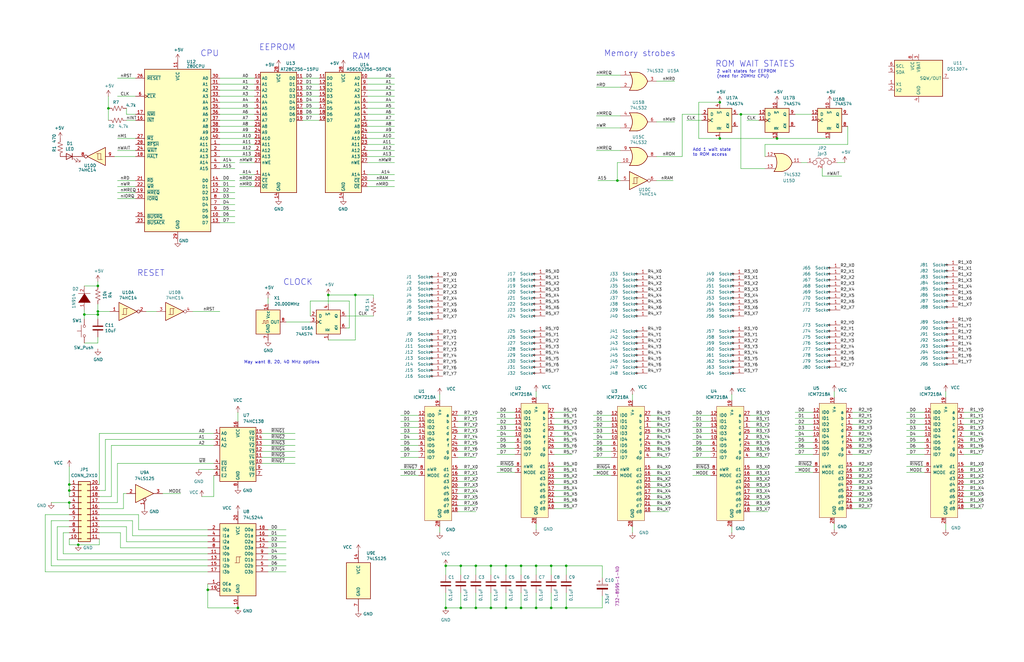
<source format=kicad_sch>
(kicad_sch (version 20250114) (generator "eeschema") (generator_version "9.0")
  (paper "B")
  (text "ROM WAIT STATES" (at 301.625 28.575 0) (effects (font (size 2.54 2.54)) (justify left bottom)))
  (text "CPU" (at 84.455 24.13 0) (effects (font (size 2.54 2.54)) (justify left bottom)))
  (text "RAM" (at 156.21 25.4 0) (effects (font (size 2.54 2.54)) (justify right bottom)))
  (text "Memory strobes" (at 254.635 24.13 0) (effects (font (size 2.54 2.54)) (justify left bottom)))
  (text "EEPROM" (at 109.22 21.59 0) (effects (font (size 2.54 2.54)) (justify left bottom)))
  (text "RESET" (at 57.785 116.84 0) (effects (font (size 2.54 2.54)) (justify left bottom)))
  (text "May want 8, 20, 40 MHz options" (at 102.87 153.67 0) (effects (font (size 1.27 1.27)) (justify left bottom)))
  (text "CLOCK" (at 119.38 120.65 0) (effects (font (size 2.54 2.54)) (justify left bottom)))
  (text "Add 1 wait state\nto ROM access" (at 292.1 66.04 0) (effects (font (size 1.27 1.27)) (justify left bottom)))
  (text "2 wait states for EEPROM\n(need for 20MHz CPU)" (at 302.26 33.02 0) (effects (font (size 1.27 1.27)) (justify left bottom)))
  (junction (at 100.33 256.54))
  (junction (at 87.63 248.92))
  (junction (at 327.66 58.42))
  (junction (at 35.56 132.715))
  (junction (at 187.96 238.76))
  (junction (at 207.01 238.76))
  (junction (at 232.41 238.76))
  (junction (at 303.53 43.18))
  (junction (at 207.01 256.54))
  (junction (at 213.36 238.76))
  (junction (at 45.72 45.72))
  (junction (at 194.31 256.54))
  (junction (at 213.36 256.54))
  (junction (at 219.71 256.54))
  (junction (at 29.21 212.09))
  (junction (at 238.76 238.76))
  (junction (at 232.41 256.54))
  (junction (at 260.35 76.2))
  (junction (at 41.275 131.445))
  (junction (at 200.66 238.76))
  (junction (at 41.275 120.65))
  (junction (at 226.06 256.54))
  (junction (at 29.21 207.01))
  (junction (at 200.66 256.54))
  (junction (at 149.86 124.46))
  (junction (at 41.275 132.715))
  (junction (at 33.02 229.87))
  (junction (at 226.06 238.76))
  (junction (at 238.76 256.54))
  (junction (at 312.42 48.26))
  (junction (at 187.96 256.54))
  (junction (at 194.31 238.76))
  (junction (at 303.53 58.42))
  (junction (at 219.71 238.76))
  (junction (at 29.21 204.47))
  (junction (at 138.43 124.46))
  (wire (pts (xy 113.03 226.06) (xy 120.65 226.06)))
  (wire (pts (xy 57.15 83.82) (xy 49.53 83.82)))
  (wire (pts (xy 49.53 63.5) (xy 57.15 63.5)))
  (wire (pts (xy 19.05 241.3) (xy 87.63 241.3)))
  (wire (pts (xy 92.71 91.44) (xy 99.06 91.44)))
  (wire (pts (xy 233.68 212.09) (xy 241.3 212.09)))
  (wire (pts (xy 359.41 184.15) (xy 367.03 184.15)))
  (wire (pts (xy 107.315 78.74) (xy 100.965 78.74)))
  (wire (pts (xy 209.55 191.77) (xy 217.17 191.77)))
  (wire (pts (xy 130.81 127) (xy 147.32 127)))
  (wire (pts (xy 107.315 76.2) (xy 100.965 76.2)))
  (wire (pts (xy 193.04 175.26) (xy 200.66 175.26)))
  (wire (pts (xy 193.04 193.04) (xy 200.66 193.04)))
  (wire (pts (xy 316.23 185.42) (xy 323.85 185.42)))
  (wire (pts (xy 359.41 179.07) (xy 367.03 179.07)))
  (wire (pts (xy 107.315 66.04) (xy 92.71 66.04)))
  (wire (pts (xy 41.91 219.71) (xy 55.88 219.71)))
  (wire (pts (xy 250.19 193.04) (xy 257.81 193.04)))
  (wire (pts (xy 292.1 175.26) (xy 299.72 175.26)))
  (wire (pts (xy 213.36 242.57) (xy 213.36 238.76)))
  (wire (pts (xy 274.32 193.04) (xy 281.94 193.04)))
  (wire (pts (xy 346.71 71.12) (xy 346.71 74.295)))
  (wire (pts (xy 238.76 250.19) (xy 238.76 256.54)))
  (wire (pts (xy 57.15 78.74) (xy 49.53 78.74)))
  (wire (pts (xy 406.4 207.01) (xy 414.02 207.01)))
  (wire (pts (xy 335.28 196.85) (xy 342.9 196.85)))
  (wire (pts (xy 193.04 182.88) (xy 200.66 182.88)))
  (wire (pts (xy 226.06 242.57) (xy 226.06 238.76)))
  (wire (pts (xy 107.315 40.64) (xy 92.71 40.64)))
  (wire (pts (xy 233.68 196.85) (xy 241.3 196.85)))
  (wire (pts (xy 233.68 199.39) (xy 241.3 199.39)))
  (wire (pts (xy 92.71 83.82) (xy 99.06 83.82)))
  (wire (pts (xy 232.41 242.57) (xy 232.41 238.76)))
  (wire (pts (xy 193.04 190.5) (xy 200.66 190.5)))
  (wire (pts (xy 168.91 180.34) (xy 176.53 180.34)))
  (wire (pts (xy 48.26 66.04) (xy 57.15 66.04)))
  (wire (pts (xy 322.58 60.96) (xy 357.505 60.96)))
  (wire (pts (xy 406.4 186.69) (xy 414.02 186.69)))
  (wire (pts (xy 127.635 35.56) (xy 134.62 35.56)))
  (wire (pts (xy 276.86 76.2) (xy 283.845 76.2)))
  (wire (pts (xy 213.36 238.76) (xy 207.01 238.76)))
  (wire (pts (xy 52.07 208.28) (xy 53.34 208.28)))
  (wire (pts (xy 41.91 229.87) (xy 41.91 227.33)))
  (wire (pts (xy 29.21 196.85) (xy 29.21 204.47)))
  (wire (pts (xy 58.42 223.52) (xy 87.63 223.52)))
  (wire (pts (xy 335.28 184.15) (xy 342.9 184.15)))
  (wire (pts (xy 46.99 187.96) (xy 90.17 187.96)))
  (wire (pts (xy 250.19 187.96) (xy 257.81 187.96)))
  (wire (pts (xy 274.32 198.12) (xy 281.94 198.12)))
  (wire (pts (xy 406.4 204.47) (xy 414.02 204.47)))
  (wire (pts (xy 335.28 189.23) (xy 342.9 189.23)))
  (wire (pts (xy 335.28 199.39) (xy 342.9 199.39)))
  (wire (pts (xy 87.63 248.92) (xy 87.63 256.54)))
  (wire (pts (xy 99.06 71.12) (xy 92.71 71.12)))
  (wire (pts (xy 200.66 256.54) (xy 194.31 256.54)))
  (wire (pts (xy 35.56 120.65) (xy 41.275 120.65)))
  (wire (pts (xy 168.91 175.26) (xy 176.53 175.26)))
  (wire (pts (xy 359.41 212.09) (xy 367.03 212.09)))
  (wire (pts (xy 154.94 73.66) (xy 166.37 73.66)))
  (wire (pts (xy 261.62 63.5) (xy 251.46 63.5)))
  (wire (pts (xy 55.88 226.06) (xy 87.63 226.06)))
  (wire (pts (xy 49.53 212.09) (xy 49.53 195.58)))
  (wire (pts (xy 41.275 128.27) (xy 41.275 131.445)))
  (wire (pts (xy 233.68 204.47) (xy 241.3 204.47)))
  (wire (pts (xy 92.71 86.36) (xy 99.06 86.36)))
  (wire (pts (xy 233.68 184.15) (xy 241.3 184.15)))
  (wire (pts (xy 107.315 53.34) (xy 92.71 53.34)))
  (wire (pts (xy 57.15 33.02) (xy 49.53 33.02)))
  (wire (pts (xy 359.41 209.55) (xy 367.03 209.55)))
  (wire (pts (xy 154.94 76.2) (xy 166.37 76.2)))
  (wire (pts (xy 154.94 45.72) (xy 166.37 45.72)))
  (wire (pts (xy 41.91 207.01) (xy 44.45 207.01)))
  (wire (pts (xy 149.86 124.46) (xy 138.43 124.46)))
  (wire (pts (xy 226.06 165.1) (xy 226.06 167.64)))
  (wire (pts (xy 316.23 215.9) (xy 323.85 215.9)))
  (wire (pts (xy 41.275 144.78) (xy 35.56 144.78)))
  (wire (pts (xy 233.68 207.01) (xy 241.3 207.01)))
  (wire (pts (xy 233.68 209.55) (xy 241.3 209.55)))
  (wire (pts (xy 113.03 228.6) (xy 120.65 228.6)))
  (wire (pts (xy 316.23 190.5) (xy 323.85 190.5)))
  (wire (pts (xy 113.03 241.3) (xy 120.65 241.3)))
  (wire (pts (xy 316.23 213.36) (xy 323.85 213.36)))
  (wire (pts (xy 41.275 131.445) (xy 46.355 131.445)))
  (wire (pts (xy 130.81 127) (xy 130.81 133.35)))
  (wire (pts (xy 29.21 207.01) (xy 29.21 209.55)))
  (wire (pts (xy 87.63 246.38) (xy 87.63 248.92)))
  (wire (pts (xy 127.635 33.02) (xy 134.62 33.02)))
  (wire (pts (xy 154.94 43.18) (xy 166.37 43.18)))
  (wire (pts (xy 194.31 256.54) (xy 194.31 250.19)))
  (wire (pts (xy 24.13 236.22) (xy 87.63 236.22)))
  (wire (pts (xy 193.04 185.42) (xy 200.66 185.42)))
  (wire (pts (xy 254 238.76) (xy 238.76 238.76)))
  (wire (pts (xy 322.58 66.04) (xy 322.58 60.96)))
  (wire (pts (xy 113.03 238.76) (xy 120.65 238.76)))
  (wire (pts (xy 382.27 191.77) (xy 389.89 191.77)))
  (wire (pts (xy 359.41 214.63) (xy 367.03 214.63)))
  (wire (pts (xy 154.94 48.26) (xy 166.37 48.26)))
  (wire (pts (xy 250.19 180.34) (xy 257.81 180.34)))
  (wire (pts (xy 29.21 227.33) (xy 29.21 229.87)))
  (wire (pts (xy 274.32 215.9) (xy 281.94 215.9)))
  (wire (pts (xy 168.91 187.96) (xy 176.53 187.96)))
  (wire (pts (xy 351.79 220.98) (xy 351.79 223.52)))
  (wire (pts (xy 292.1 190.5) (xy 299.72 190.5)))
  (wire (pts (xy 219.71 238.76) (xy 213.36 238.76)))
  (wire (pts (xy 29.21 222.25) (xy 24.13 222.25)))
  (wire (pts (xy 57.15 40.64) (xy 49.53 40.64)))
  (wire (pts (xy 41.91 209.55) (xy 46.99 209.55)))
  (wire (pts (xy 254 243.84) (xy 254 238.76)))
  (wire (pts (xy 316.23 208.28) (xy 323.85 208.28)))
  (wire (pts (xy 209.55 184.15) (xy 217.17 184.15)))
  (wire (pts (xy 308.61 222.25) (xy 308.61 224.79)))
  (wire (pts (xy 219.71 250.19) (xy 219.71 256.54)))
  (wire (pts (xy 335.28 48.26) (xy 342.265 48.26)))
  (wire (pts (xy 110.49 190.5) (xy 124.46 190.5)))
  (wire (pts (xy 294.64 43.18) (xy 294.64 58.42)))
  (wire (pts (xy 250.19 175.26) (xy 257.81 175.26)))
  (wire (pts (xy 233.68 179.07) (xy 241.3 179.07)))
  (wire (pts (xy 146.05 138.43) (xy 147.32 138.43)))
  (wire (pts (xy 57.15 81.28) (xy 49.53 81.28)))
  (wire (pts (xy 250.19 185.42) (xy 257.81 185.42)))
  (wire (pts (xy 274.32 175.26) (xy 281.94 175.26)))
  (wire (pts (xy 316.23 177.8) (xy 323.85 177.8)))
  (wire (pts (xy 200.66 242.57) (xy 200.66 238.76)))
  (wire (pts (xy 29.21 229.87) (xy 33.02 229.87)))
  (wire (pts (xy 238.76 238.76) (xy 232.41 238.76)))
  (wire (pts (xy 107.315 33.02) (xy 92.71 33.02)))
  (wire (pts (xy 127.635 38.1) (xy 134.62 38.1)))
  (wire (pts (xy 41.275 120.65) (xy 41.275 118.745)))
  (wire (pts (xy 107.315 50.8) (xy 92.71 50.8)))
  (wire (pts (xy 44.45 207.01) (xy 44.45 185.42)))
  (wire (pts (xy 292.1 198.12) (xy 299.72 198.12)))
  (wire (pts (xy 359.41 199.39) (xy 367.03 199.39)))
  (wire (pts (xy 335.28 173.99) (xy 342.9 173.99)))
  (wire (pts (xy 92.71 88.9) (xy 99.06 88.9)))
  (wire (pts (xy 83.82 198.12) (xy 90.17 198.12)))
  (wire (pts (xy 209.55 181.61) (xy 217.17 181.61)))
  (wire (pts (xy 382.27 186.69) (xy 389.89 186.69)))
  (wire (pts (xy 90.17 200.66) (xy 90.17 209.55)))
  (wire (pts (xy 50.8 224.79) (xy 50.8 231.14)))
  (wire (pts (xy 207.01 242.57) (xy 207.01 238.76)))
  (wire (pts (xy 292.1 177.8) (xy 299.72 177.8)))
  (wire (pts (xy 187.96 238.76) (xy 194.31 238.76)))
  (wire (pts (xy 359.41 186.69) (xy 367.03 186.69)))
  (wire (pts (xy 316.23 175.26) (xy 323.85 175.26)))
  (wire (pts (xy 311.15 48.26) (xy 312.42 48.26)))
  (wire (pts (xy 193.04 208.28) (xy 200.66 208.28)))
  (wire (pts (xy 110.49 187.96) (xy 124.46 187.96)))
  (wire (pts (xy 303.53 43.18) (xy 294.64 43.18)))
  (wire (pts (xy 261.62 31.75) (xy 251.46 31.75)))
  (wire (pts (xy 41.91 204.47) (xy 41.91 182.88)))
  (wire (pts (xy 406.4 214.63) (xy 414.02 214.63)))
  (wire (pts (xy 226.06 256.54) (xy 219.71 256.54)))
  (wire (pts (xy 406.4 184.15) (xy 414.02 184.15)))
  (wire (pts (xy 274.32 200.66) (xy 281.94 200.66)))
  (wire (pts (xy 292.1 182.88) (xy 299.72 182.88)))
  (wire (pts (xy 316.23 180.34) (xy 323.85 180.34)))
  (wire (pts (xy 21.59 238.76) (xy 87.63 238.76)))
  (wire (pts (xy 45.72 40.64) (xy 45.72 45.72)))
  (wire (pts (xy 261.62 76.2) (xy 260.35 76.2)))
  (wire (pts (xy 274.32 205.74) (xy 281.94 205.74)))
  (wire (pts (xy 346.71 74.295) (xy 354.965 74.295)))
  (wire (pts (xy 53.34 228.6) (xy 87.63 228.6)))
  (wire (pts (xy 209.55 189.23) (xy 217.17 189.23)))
  (wire (pts (xy 154.94 38.1) (xy 166.37 38.1)))
  (wire (pts (xy 207.01 250.19) (xy 207.01 256.54)))
  (wire (pts (xy 99.06 76.2) (xy 92.71 76.2)))
  (wire (pts (xy 21.59 219.71) (xy 21.59 238.76)))
  (wire (pts (xy 85.09 209.55) (xy 90.17 209.55)))
  (wire (pts (xy 233.68 173.99) (xy 241.3 173.99)))
  (wire (pts (xy 110.49 185.42) (xy 124.46 185.42)))
  (wire (pts (xy 127.635 50.8) (xy 134.62 50.8)))
  (wire (pts (xy 233.68 214.63) (xy 241.3 214.63)))
  (wire (pts (xy 154.94 78.74) (xy 166.37 78.74)))
  (wire (pts (xy 316.23 198.12) (xy 323.85 198.12)))
  (wire (pts (xy 154.94 58.42) (xy 166.37 58.42)))
  (wire (pts (xy 261.62 36.83) (xy 251.46 36.83)))
  (wire (pts (xy 187.96 256.54) (xy 194.31 256.54)))
  (wire (pts (xy 107.315 58.42) (xy 92.71 58.42)))
  (wire (pts (xy 382.27 196.85) (xy 389.89 196.85)))
  (wire (pts (xy 35.56 130.81) (xy 35.56 132.715)))
  (wire (pts (xy 44.45 185.42) (xy 90.17 185.42)))
  (wire (pts (xy 209.55 176.53) (xy 217.17 176.53)))
  (wire (pts (xy 193.04 215.9) (xy 200.66 215.9)))
  (wire (pts (xy 57.15 50.8) (xy 53.34 50.8)))
  (wire (pts (xy 41.91 212.09) (xy 49.53 212.09)))
  (wire (pts (xy 406.4 176.53) (xy 414.02 176.53)))
  (wire (pts (xy 398.78 165.1) (xy 398.78 167.64)))
  (wire (pts (xy 382.27 181.61) (xy 389.89 181.61)))
  (wire (pts (xy 35.56 132.715) (xy 41.275 132.715)))
  (wire (pts (xy 335.28 186.69) (xy 342.9 186.69)))
  (wire (pts (xy 226.06 220.98) (xy 226.06 223.52)))
  (wire (pts (xy 41.91 224.79) (xy 50.8 224.79)))
  (wire (pts (xy 406.4 173.99) (xy 414.02 173.99)))
  (wire (pts (xy 193.04 180.34) (xy 200.66 180.34)))
  (wire (pts (xy 287.655 48.26) (xy 287.655 66.04)))
  (wire (pts (xy 138.43 124.46) (xy 138.43 128.27)))
  (wire (pts (xy 55.88 219.71) (xy 55.88 226.06)))
  (wire (pts (xy 209.55 196.85) (xy 217.17 196.85)))
  (wire (pts (xy 107.315 38.1) (xy 92.71 38.1)))
  (wire (pts (xy 193.04 200.66) (xy 200.66 200.66)))
  (wire (pts (xy 154.94 55.88) (xy 166.37 55.88)))
  (wire (pts (xy 52.07 214.63) (xy 41.91 214.63)))
  (wire (pts (xy 292.1 193.04) (xy 299.72 193.04)))
  (wire (pts (xy 351.79 165.1) (xy 351.79 167.64)))
  (wire (pts (xy 41.91 182.88) (xy 90.17 182.88)))
  (wire (pts (xy 194.31 238.76) (xy 200.66 238.76)))
  (wire (pts (xy 274.32 210.82) (xy 281.94 210.82)))
  (wire (pts (xy 187.96 250.19) (xy 187.96 256.54)))
  (wire (pts (xy 316.23 205.74) (xy 323.85 205.74)))
  (wire (pts (xy 233.68 201.93) (xy 241.3 201.93)))
  (wire (pts (xy 168.91 198.12) (xy 176.53 198.12)))
  (wire (pts (xy 107.315 63.5) (xy 92.71 63.5)))
  (wire (pts (xy 168.91 185.42) (xy 176.53 185.42)))
  (wire (pts (xy 276.86 34.29) (xy 284.48 34.29)))
  (wire (pts (xy 154.94 53.34) (xy 166.37 53.34)))
  (wire (pts (xy 303.53 58.42) (xy 327.66 58.42)))
  (wire (pts (xy 340.36 68.58) (xy 337.82 68.58)))
  (wire (pts (xy 260.35 68.58) (xy 260.35 76.2)))
  (wire (pts (xy 193.04 198.12) (xy 200.66 198.12)))
  (wire (pts (xy 154.94 66.04) (xy 166.37 66.04)))
  (wire (pts (xy 274.32 185.42) (xy 281.94 185.42)))
  (wire (pts (xy 185.42 166.37) (xy 185.42 168.91)))
  (wire (pts (xy 154.94 40.64) (xy 166.37 40.64)))
  (wire (pts (xy 127.635 40.64) (xy 134.62 40.64)))
  (wire (pts (xy 147.32 138.43) (xy 147.32 127)))
  (wire (pts (xy 312.42 48.26) (xy 320.04 48.26)))
  (wire (pts (xy 359.41 173.99) (xy 367.03 173.99)))
  (wire (pts (xy 312.42 71.12) (xy 322.58 71.12)))
  (wire (pts (xy 41.91 217.17) (xy 58.42 217.17)))
  (wire (pts (xy 193.04 203.2) (xy 200.66 203.2)))
  (wire (pts (xy 107.315 73.66) (xy 100.965 73.66)))
  (wire (pts (xy 233.68 181.61) (xy 241.3 181.61)))
  (wire (pts (xy 154.94 33.02) (xy 166.37 33.02)))
  (wire (pts (xy 359.41 181.61) (xy 367.03 181.61)))
  (wire (pts (xy 209.55 199.39) (xy 217.17 199.39)))
  (wire (pts (xy 232.41 238.76) (xy 226.06 238.76)))
  (wire (pts (xy 406.4 179.07) (xy 414.02 179.07)))
  (wire (pts (xy 359.41 201.93) (xy 367.03 201.93)))
  (wire (pts (xy 33.02 229.87) (xy 41.91 229.87)))
  (wire (pts (xy 274.32 187.96) (xy 281.94 187.96)))
  (wire (pts (xy 138.43 143.51) (xy 149.86 143.51)))
  (wire (pts (xy 110.49 195.58) (xy 124.46 195.58)))
  (wire (pts (xy 292.1 180.34) (xy 299.72 180.34)))
  (wire (pts (xy 99.06 68.58) (xy 92.71 68.58)))
  (wire (pts (xy 359.41 189.23) (xy 367.03 189.23)))
  (wire (pts (xy 149.86 143.51) (xy 149.86 124.46)))
  (wire (pts (xy 406.4 201.93) (xy 414.02 201.93)))
  (wire (pts (xy 233.68 176.53) (xy 241.3 176.53)))
  (wire (pts (xy 359.41 191.77) (xy 367.03 191.77)))
  (wire (pts (xy 52.07 208.28) (xy 52.07 214.63)))
  (wire (pts (xy 250.19 190.5) (xy 257.81 190.5)))
  (wire (pts (xy 406.4 181.61) (xy 414.02 181.61)))
  (wire (pts (xy 209.55 179.07) (xy 217.17 179.07)))
  (wire (pts (xy 316.23 193.04) (xy 323.85 193.04)))
  (wire (pts (xy 359.41 204.47) (xy 367.03 204.47)))
  (wire (pts (xy 232.41 256.54) (xy 226.06 256.54)))
  (wire (pts (xy 185.42 222.25) (xy 185.42 224.79)))
  (wire (pts (xy 292.1 187.96) (xy 299.72 187.96)))
  (wire (pts (xy 157.48 124.46) (xy 157.48 125.73)))
  (wire (pts (xy 308.61 166.37) (xy 308.61 168.91)))
  (wire (pts (xy 292.1 200.66) (xy 299.72 200.66)))
  (wire (pts (xy 113.03 233.68) (xy 120.65 233.68)))
  (wire (pts (xy 406.4 212.09) (xy 414.02 212.09)))
  (wire (pts (xy 41.275 132.715) (xy 41.275 131.445)))
  (wire (pts (xy 213.36 250.19) (xy 213.36 256.54)))
  (wire (pts (xy 49.53 195.58) (xy 90.17 195.58)))
  (wire (pts (xy 276.86 51.435) (xy 284.48 51.435)))
  (wire (pts (xy 187.96 242.57) (xy 187.96 238.76)))
  (wire (pts (xy 359.41 196.85) (xy 367.03 196.85)))
  (wire (pts (xy 113.03 125.73) (xy 113.03 128.27)))
  (wire (pts (xy 107.315 48.26) (xy 92.71 48.26)))
  (wire (pts (xy 154.94 68.58) (xy 166.37 68.58)))
  (wire (pts (xy 266.7 222.25) (xy 266.7 224.79)))
  (wire (pts (xy 353.06 68.58) (xy 356.235 68.58)))
  (wire (pts (xy 24.13 222.25) (xy 24.13 236.22)))
  (wire (pts (xy 107.315 35.56) (xy 92.71 35.56)))
  (wire (pts (xy 312.42 48.26) (xy 312.42 71.12)))
  (wire (pts (xy 250.19 200.66) (xy 257.81 200.66)))
  (wire (pts (xy 406.4 189.23) (xy 414.02 189.23)))
  (wire (pts (xy 41.91 222.25) (xy 53.34 222.25)))
  (wire (pts (xy 398.78 220.98) (xy 398.78 223.52)))
  (wire (pts (xy 168.91 182.88) (xy 176.53 182.88)))
  (wire (pts (xy 226.06 250.19) (xy 226.06 256.54)))
  (wire (pts (xy 238.76 256.54) (xy 232.41 256.54)))
  (wire (pts (xy 29.21 217.17) (xy 19.05 217.17)))
  (wire (pts (xy 154.94 35.56) (xy 166.37 35.56)))
  (wire (pts (xy 254 251.46) (xy 254 256.54)))
  (wire (pts (xy 110.49 182.88) (xy 124.46 182.88)))
  (wire (pts (xy 168.91 200.66) (xy 176.53 200.66)))
  (wire (pts (xy 233.68 186.69) (xy 241.3 186.69)))
  (wire (pts (xy 29.21 224.79) (xy 26.67 224.79)))
  (wire (pts (xy 193.04 177.8) (xy 200.66 177.8)))
  (wire (pts (xy 45.72 45.72) (xy 45.72 50.8)))
  (wire (pts (xy 406.4 196.85) (xy 414.02 196.85)))
  (wire (pts (xy 254 256.54) (xy 238.76 256.54)))
  (wire (pts (xy 154.94 50.8) (xy 166.37 50.8)))
  (wire (pts (xy 316.23 182.88) (xy 323.85 182.88)))
  (wire (pts (xy 113.03 231.14) (xy 120.65 231.14)))
  (wire (pts (xy 168.91 193.04) (xy 176.53 193.04)))
  (wire (pts (xy 274.32 208.28) (xy 281.94 208.28)))
  (wire (pts (xy 61.595 131.445) (xy 66.04 131.445)))
  (wire (pts (xy 250.19 198.12) (xy 257.81 198.12)))
  (wire (pts (xy 233.68 191.77) (xy 241.3 191.77)))
  (wire (pts (xy 207.01 238.76) (xy 200.66 238.76)))
  (wire (pts (xy 107.315 68.58) (xy 100.965 68.58)))
  (wire (pts (xy 261.62 53.975) (xy 251.46 53.975)))
  (wire (pts (xy 92.71 81.28) (xy 99.06 81.28)))
  (wire (pts (xy 209.55 173.99) (xy 217.17 173.99)))
  (wire (pts (xy 107.315 55.88) (xy 92.71 55.88)))
  (wire (pts (xy 107.315 60.96) (xy 92.71 60.96)))
  (wire (pts (xy 146.05 133.35) (xy 157.48 133.35)))
  (wire (pts (xy 81.28 131.445) (xy 92.71 131.445)))
  (wire (pts (xy 292.1 185.42) (xy 299.72 185.42)))
  (wire (pts (xy 26.67 233.68) (xy 87.63 233.68)))
  (wire (pts (xy 274.32 203.2) (xy 281.94 203.2)))
  (wire (pts (xy 274.32 182.88) (xy 281.94 182.88)))
  (wire (pts (xy 194.31 238.76) (xy 194.31 242.57)))
  (wire (pts (xy 295.91 50.8) (xy 289.56 50.8)))
  (wire (pts (xy 250.19 182.88) (xy 257.81 182.88)))
  (wire (pts (xy 226.06 238.76) (xy 219.71 238.76)))
  (wire (pts (xy 274.32 213.36) (xy 281.94 213.36)))
  (wire (pts (xy 120.65 135.89) (xy 130.81 135.89)))
  (wire (pts (xy 100.33 173.99) (xy 100.33 177.8)))
  (wire (pts (xy 359.41 176.53) (xy 367.03 176.53)))
  (wire (pts (xy 154.94 63.5) (xy 166.37 63.5)))
  (wire (pts (xy 359.41 207.01) (xy 367.03 207.01)))
  (wire (pts (xy 406.4 199.39) (xy 414.02 199.39)))
  (wire (pts (xy 113.03 236.22) (xy 120.65 236.22)))
  (wire (pts (xy 68.58 208.28) (xy 76.2 208.28)))
  (wire (pts (xy 274.32 180.34) (xy 281.94 180.34)))
  (wire (pts (xy 193.04 205.74) (xy 200.66 205.74)))
  (wire (pts (xy 207.01 256.54) (xy 200.66 256.54)))
  (wire (pts (xy 382.27 184.15) (xy 389.89 184.15)))
  (wire (pts (xy 266.7 166.37) (xy 266.7 168.91)))
  (wire (pts (xy 29.21 204.47) (xy 29.21 207.01)))
  (wire (pts (xy 53.34 48.26) (xy 57.15 48.26)))
  (wire (pts (xy 219.71 242.57) (xy 219.71 238.76)))
  (wire (pts (xy 127.635 48.26) (xy 134.62 48.26)))
  (wire (pts (xy 335.28 181.61) (xy 342.9 181.61)))
  (wire (pts (xy 213.36 256.54) (xy 207.01 256.54)))
  (wire (pts (xy 316.23 210.82) (xy 323.85 210.82)))
  (wire (pts (xy 92.71 78.74) (xy 99.06 78.74)))
  (wire (pts (xy 92.71 93.98) (xy 99.06 93.98)))
  (wire (pts (xy 127.635 43.18) (xy 134.62 43.18)))
  (wire (pts (xy 107.315 45.72) (xy 92.71 45.72)))
  (wire (pts (xy 57.15 58.42) (xy 49.53 58.42)))
  (wire (pts (xy 209.55 186.69) (xy 217.17 186.69)))
  (wire (pts (xy 382.27 189.23) (xy 389.89 189.23)))
  (wire (pts (xy 58.42 217.17) (xy 58.42 223.52)))
  (wire (pts (xy 335.28 179.07) (xy 342.9 179.07)))
  (wire (pts (xy 168.91 190.5) (xy 176.53 190.5)))
  (wire (pts (xy 335.28 176.53) (xy 342.9 176.53)))
  (wire (pts (xy 274.32 177.8) (xy 281.94 177.8)))
  (wire (pts (xy 316.23 200.66) (xy 323.85 200.66)))
  (wire (pts (xy 154.94 60.96) (xy 166.37 60.96)))
  (wire (pts (xy 327.66 58.42) (xy 349.885 58.42)))
  (wire (pts (xy 57.15 76.2) (xy 49.53 76.2)))
  (wire (pts (xy 238.76 242.57) (xy 238.76 238.76)))
  (wire (pts (xy 53.34 222.25) (xy 53.34 228.6)))
  (wire (pts (xy 382.27 179.07) (xy 389.89 179.07)))
  (wire (pts (xy 41.275 144.78) (xy 41.275 142.24)))
  (wire (pts (xy 335.28 191.77) (xy 342.9 191.77)))
  (wire (pts (xy 232.41 250.19) (xy 232.41 256.54)))
  (wire (pts (xy 406.4 209.55) (xy 414.02 209.55)))
  (wire (pts (xy 382.27 199.39) (xy 389.89 199.39)))
  (wire (pts (xy 276.86 66.04) (xy 287.655 66.04)))
  (wire (pts (xy 294.64 58.42) (xy 303.53 58.42)))
  (wire (pts (xy 295.91 48.26) (xy 287.655 48.26)))
  (wire (pts (xy 357.505 60.96) (xy 357.505 53.34)))
  (wire (pts (xy 53.34 45.72) (xy 53.34 48.26)))
  (wire (pts (xy 193.04 210.82) (xy 200.66 210.82)))
  (wire (pts (xy 107.315 43.18) (xy 92.71 43.18)))
  (wire (pts (xy 274.32 190.5) (xy 281.94 190.5)))
  (wire (pts (xy 21.59 212.09) (xy 29.21 212.09)))
  (wire (pts (xy 29.21 219.71) (xy 21.59 219.71)))
  (wire (pts (xy 41.275 134.62) (xy 41.275 132.715)))
  (wire (pts (xy 250.19 177.8) (xy 257.81 177.8)))
  (wire (pts (xy 261.62 48.895) (xy 251.46 48.895)))
  (wire (pts (xy 260.35 76.2) (xy 252.095 76.2)))
  (wire (pts (xy 260.35 68.58) (xy 261.62 68.58)))
  (wire (pts (xy 127.635 45.72) (xy 134.62 45.72)))
  (wire (pts (xy 382.27 173.99) (xy 389.89 173.99)))
  (wire (pts (xy 233.68 189.23) (xy 241.3 189.23)))
  (wire (pts (xy 316.23 203.2) (xy 323.85 203.2)))
  (wire (pts (xy 110.49 193.04) (xy 124.46 193.04)))
  (wire (pts (xy 50.8 231.14) (xy 87.63 231.14)))
  (wire (pts (xy 46.99 209.55) (xy 46.99 187.96)))
  (wire (pts (xy 149.86 124.46) (xy 157.48 124.46)))
  (wire (pts (xy 382.27 176.53) (xy 389.89 176.53)))
  (wire (pts (xy 193.04 213.36) (xy 200.66 213.36)))
  (wire (pts (xy 219.71 256.54) (xy 213.36 256.54)))
  (wire (pts (xy 113.03 223.52) (xy 120.65 223.52)))
  (wire (pts (xy 168.91 177.8) (xy 176.53 177.8)))
  (wire (pts (xy 87.63 256.54) (xy 100.33 256.54)))
  (wire (pts (xy 316.23 187.96) (xy 323.85 187.96)))
  (wire (pts (xy 200.66 250.19) (xy 200.66 256.54)))
  (wire (pts (xy 193.04 187.96) (xy 200.66 187.96)))
  (wire (pts (xy 35.56 134.62) (xy 35.56 132.715)))
  (wire (pts (xy 26.67 224.79) (xy 26.67 233.68)))
  (wire (pts (xy 29.21 212.09) (xy 29.21 214.63)))
  (wire (pts (xy 320.04 50.8) (xy 314.96 50.8)))
  (wire (pts (xy 19.05 217.17) (xy 19.05 241.3)))
  (wire (pts (xy 406.4 191.77) (xy 414.02 191.77)))
  (label "R4_Y6" (at 276.86 190.5 0))
  (label "R4_X2" (at 276.86 203.2 0))
  (label "A2" (at 165.1 38.1 180))
  (label "nRST" (at 85.725 131.445 0))
  (label "nMWR" (at 165.1 68.58 180))
  (label "D1" (at 210.82 176.53 0))
  (label "D1" (at 336.55 176.53 0))
  (label "D7" (at 170.18 193.04 0))
  (label "D7" (at 114.3 241.3 0))
  (label "R2_X2" (at 361.95 201.93 0))
  (label "R7_X4" (at 186.69 127 0))
  (label "R7_Y1" (at 195.58 177.8 0))
  (label "D2" (at 114.3 228.6 0))
  (label "A2" (at 102.235 38.1 0))
  (label "R1_X3" (at 408.94 204.47 0))
  (label "R5_Y6" (at 229.87 154.94 0))
  (label "D3" (at 210.82 181.61 0))
  (label "R1_X6" (at 403.86 127 0))
  (label "R7_X1" (at 186.69 119.38 0))
  (label "R1_Y4" (at 408.94 184.15 0))
  (label "MODE" (at 251.46 200.66 0))
  (label "R3_X7" (at 313.69 133.35 0))
  (label "R5_X3" (at 237.49 204.47 0))
  (label "D0" (at 128.905 33.02 0))
  (label "A9" (at 102.235 55.88 0))
  (label "R2_Y0" (at 354.33 137.16 0))
  (label "nRAM" (at 278.765 76.2 0))
  (label "R3_X3" (at 318.77 205.74 0))
  (label "D1" (at 170.18 177.8 0))
  (label "D2" (at 210.82 179.07 0))
  (label "R4_X0" (at 273.05 115.57 0))
  (label "R7_X3" (at 195.58 205.74 0))
  (label "R2_X4" (at 361.95 207.01 0))
  (label "R1_Y0" (at 408.94 173.99 0))
  (label "R1_X3" (at 403.86 119.38 0))
  (label "R1_X4" (at 403.86 121.92 0))
  (label "R1_X5" (at 403.86 124.46 0))
  (label "R7_X6" (at 186.69 132.08 0))
  (label "R3_X2" (at 313.69 120.65 0))
  (label "R7_Y0" (at 195.58 175.26 0))
  (label "A14" (at 102.235 73.66 0))
  (label "R7_Y3" (at 186.69 148.59 0))
  (label "R7_X1" (at 195.58 200.66 0))
  (label "nMREQ" (at 251.46 31.75 0))
  (label "R3_Y7" (at 313.69 157.48 0))
  (label "CLK" (at 314.96 50.8 0))
  (label "R3_X5" (at 318.77 210.82 0))
  (label "A11" (at 102.235 60.96 0))
  (label "R4_X6" (at 276.86 213.36 0))
  (label "D4" (at 128.905 43.18 0))
  (label "nMREQ" (at 251.46 63.5 0))
  (label "nM1" (at 49.53 58.42 0))
  (label "D2" (at 251.46 180.34 0))
  (label "R4_Y6" (at 273.05 154.94 0))
  (label "nINT" (at 53.34 50.8 0))
  (label "R4_X0" (at 276.86 198.12 0))
  (label "R2_Y3" (at 361.95 181.61 0))
  (label "R5_X7" (at 229.87 133.35 0))
  (label "D7" (at 93.98 93.98 0))
  (label "R4_Y5" (at 276.86 187.96 0))
  (label "D4" (at 170.18 185.42 0))
  (label "R5_Y3" (at 237.49 181.61 0))
  (label "R2_X6" (at 354.33 128.27 0))
  (label "D5" (at 128.905 45.72 0))
  (label "D1" (at 114.3 226.06 0))
  (label "R5_Y0" (at 237.49 173.99 0))
  (label "nMWR" (at 279.4 51.435 0))
  (label "R1_Y7" (at 403.86 153.67 0))
  (label "D7" (at 383.54 191.77 0))
  (label "R7_Y2" (at 186.69 146.05 0))
  (label "R4_X5" (at 273.05 128.27 0))
  (label "R1_X5" (at 408.94 209.55 0))
  (label "D3" (at 114.3 231.14 0))
  (label "R4_X2" (at 273.05 120.65 0))
  (label "D3" (at 93.98 83.82 0))
  (label "A14" (at 93.98 68.58 0))
  (label "~{RING7}" (at 170.18 198.12 0))
  (label "R7_Y6" (at 186.69 156.21 0))
  (label "D2" (at 336.55 179.07 0))
  (label "A5" (at 102.235 45.72 0))
  (label "R2_Y4" (at 354.33 147.32 0))
  (label "nWR" (at 251.46 53.975 0))
  (label "A15" (at 93.98 71.12 0))
  (label "R7_X0" (at 195.58 198.12 0))
  (label "R3_X0" (at 318.77 198.12 0))
  (label "~{RING1}" (at 383.54 196.85 0))
  (label "D0" (at 170.18 175.26 0))
  (label "R5_X4" (at 237.49 207.01 0))
  (label "D7" (at 128.905 50.8 0))
  (label "R4_Y1" (at 273.05 142.24 0))
  (label "A6" (at 165.1 48.26 180))
  (label "D1" (at 383.54 176.53 0))
  (label "A4" (at 165.1 43.18 180))
  (label "R7_Y3" (at 195.58 182.88 0))
  (label "A13" (at 102.235 66.04 0))
  (label "R3_Y3" (at 313.69 147.32 0))
  (label "R5_Y1" (at 229.87 142.24 0))
  (label "D4" (at 383.54 184.15 0))
  (label "R4_X7" (at 276.86 215.9 0))
  (label "A13" (at 165.1 66.04 180))
  (label "A8" (at 165.1 53.34 180))
  (label "D5" (at 93.98 88.9 0))
  (label "R4_Y0" (at 276.86 175.26 0))
  (label "nMRD" (at 163.83 78.74 180))
  (label "R7_Y5" (at 195.58 187.96 0))
  (label "R1_Y5" (at 403.86 148.59 0))
  (label "R4_X5" (at 276.86 210.82 0))
  (label "R1_X7" (at 408.94 214.63 0))
  (label "R2_X0" (at 361.95 196.85 0))
  (label "R7_X7" (at 195.58 215.9 0))
  (label "nMWR" (at 100.965 68.58 0))
  (label "A11" (at 165.1 60.96 180))
  (label "R4_Y3" (at 276.86 182.88 0))
  (label "nRD" (at 251.46 36.83 0))
  (label "R3_Y2" (at 318.77 180.34 0))
  (label "MODE" (at 336.55 199.39 0))
  (label "MODE" (at 71.12 208.28 0))
  (label "D3" (at 383.54 181.61 0))
  (label "A3" (at 102.235 40.64 0))
  (label "R1_X2" (at 408.94 201.93 0))
  (label "D7" (at 293.37 193.04 0))
  (label "MODE" (at 210.82 199.39 0))
  (label "R1_Y2" (at 408.94 179.07 0))
  (label "R4_X4" (at 273.05 125.73 0))
  (label "R5_X0" (at 229.87 115.57 0))
  (label "R2_X7" (at 354.33 130.81 0))
  (label "R7_Y2" (at 195.58 180.34 0))
  (label "R2_X6" (at 361.95 212.09 0))
  (label "R5_Y3" (at 229.87 147.32 0))
  (label "A10" (at 102.235 58.42 0))
  (label "R2_Y5" (at 354.33 149.86 0))
  (label "D5" (at 210.82 186.69 0))
  (label "nWAIT" (at 348.615 74.295 0))
  (label "D0" (at 251.46 175.26 0))
  (label "R7_X3" (at 186.69 124.46 0))
  (label "D3" (at 170.18 182.88 0))
  (label "R1_X7" (at 403.86 129.54 0))
  (label "R4_Y5" (at 273.05 152.4 0))
  (label "D5" (at 170.18 187.96 0))
  (label "R7_Y5" (at 186.69 153.67 0))
  (label "A12" (at 165.1 63.5 180))
  (label "R2_Y2" (at 361.95 179.07 0))
  (label "R4_X1" (at 273.05 118.11 0))
  (label "A9" (at 165.1 55.88 180))
  (label "D6" (at 128.905 48.26 0))
  (label "R2_Y4" (at 361.95 184.15 0))
  (label "D2" (at 383.54 179.07 0))
  (label "R1_X4" (at 408.94 207.01 0))
  (label "D3" (at 336.55 181.61 0))
  (label "D4" (at 293.37 185.42 0))
  (label "R4_X3" (at 276.86 205.74 0))
  (label "R5_Y4" (at 237.49 184.15 0))
  (label "R2_X5" (at 354.33 125.73 0))
  (label "~{RING5}" (at 114.3 193.04 0))
  (label "D1" (at 128.905 35.56 0))
  (label "D2" (at 293.37 180.34 0))
  (label "A14" (at 164.465 73.66 180))
  (label "D0" (at 383.54 173.99 0))
  (label "A4" (at 102.235 43.18 0))
  (label "R3_Y7" (at 318.77 193.04 0))
  (label "~{RING2}" (at 114.3 185.42 0))
  (label "D0" (at 336.55 173.99 0))
  (label "R5_X0" (at 237.49 196.85 0))
  (label "R3_X6" (at 313.69 130.81 0))
  (label "R5_X4" (at 229.87 125.73 0))
  (label "R5_X2" (at 229.87 120.65 0))
  (label "R5_Y0" (at 229.87 139.7 0))
  (label "R5_Y2" (at 229.87 144.78 0))
  (label "R1_Y3" (at 403.86 143.51 0))
  (label "R2_Y3" (at 354.33 144.78 0))
  (label "R3_X1" (at 318.77 200.66 0))
  (label "A1" (at 83.82 185.42 0))
  (label "D5" (at 383.54 186.69 0))
  (label "CLK" (at 289.56 50.8 0))
  (label "A0" (at 165.1 33.02 180))
  (label "R4_X3" (at 273.05 123.19 0))
  (label "R2_X4" (at 354.33 123.19 0))
  (label "R1_Y0" (at 403.86 135.89 0))
  (label "R1_Y6" (at 403.86 151.13 0))
  (label "R7_Y4" (at 186.69 151.13 0))
  (label "A8" (at 102.235 53.34 0))
  (label "nRST" (at 50.8 33.02 0))
  (label "D0" (at 114.3 223.52 0))
  (label "R2_Y1" (at 354.33 139.7 0))
  (label "R1_Y4" (at 403.86 146.05 0))
  (label "A1" (at 102.235 35.56 0))
  (label "R1_Y2" (at 403.86 140.97 0))
  (label "R1_X1" (at 408.94 199.39 0))
  (label "R7_Y7" (at 186.69 158.75 0))
  (label "R2_Y5" (at 361.95 186.69 0))
  (label "~{RING7}" (at 114.3 195.58 0))
  (label "R1_Y1" (at 403.86 138.43 0))
  (label "~{RING5}" (at 210.82 196.85 0))
  (label "R3_X6" (at 318.77 213.36 0))
  (label "R3_X4" (at 318.77 208.28 0))
  (label "R2_Y0" (at 361.95 173.99 0))
  (label "R2_Y1" (at 361.95 176.53 0))
  (label "A15" (at 252.095 76.2 0))
  (label "nMREQ" (at 50.8 81.28 0))
  (label "R7_Y6" (at 195.58 190.5 0))
  (label "A6" (at 102.235 48.26 0))
  (label "A10" (at 165.1 58.42 180))
  (label "R5_X6" (at 237.49 212.09 0))
  (label "D4" (at 210.82 184.15 0))
  (label "D4" (at 114.3 233.68 0))
  (label "D1" (at 293.37 177.8 0))
  (label "R5_Y1" (at 237.49 176.53 0))
  (label "R4_X7" (at 273.05 133.35 0))
  (label "R4_Y2" (at 273.05 144.78 0))
  (label "R7_Y7" (at 195.58 193.04 0))
  (label "R3_X2" (at 318.77 203.2 0))
  (label "R1_Y1" (at 408.94 176.53 0))
  (label "D6" (at 383.54 189.23 0))
  (label "R1_Y5" (at 408.94 186.69 0))
  (label "nMREQ" (at 251.46 48.895 0))
  (label "R2_Y7" (at 354.33 154.94 0))
  (label "nIORQ" (at 50.8 83.82 0))
  (label "R5_Y7" (at 237.49 191.77 0))
  (label "R5_X5" (at 229.87 128.27 0))
  (label "R5_Y5" (at 229.87 152.4 0))
  (label "R5_X2" (at 237.49 201.93 0))
  (label "D5" (at 114.3 236.22 0))
  (label "R3_Y6" (at 313.69 154.94 0))
  (label "D6" (at 210.82 189.23 0))
  (label "R4_Y1" (at 276.86 177.8 0))
  (label "R3_Y1" (at 313.69 142.24 0))
  (label "A12" (at 102.235 63.5 0))
  (label "D6" (at 114.3 238.76 0))
  (label "R5_X1" (at 229.87 118.11 0))
  (label "R5_X5" (at 237.49 209.55 0))
  (label "~{RING3}" (at 293.37 198.12 0))
  (label "D6" (at 251.46 190.5 0))
  (label "nMRD" (at 279.4 34.29 0))
  (label "R4_Y3" (at 273.05 147.32 0))
  (label "~{RING2}" (at 336.55 196.85 0))
  (label "R1_Y6" (at 408.94 189.23 0))
  (label "D3" (at 128.905 40.64 0))
  (label "R4_X1" (at 276.86 200.66 0))
  (label "R4_Y4" (at 273.05 149.86 0))
  (label "A1" (at 165.1 35.56 180))
  (label "D3" (at 251.46 182.88 0))
  (label "R3_Y5" (at 313.69 152.4 0))
  (label "A0" (at 83.82 182.88 0))
  (label "R4_X6" (at 273.05 130.81 0))
  (label "D2" (at 128.905 38.1 0))
  (label "~{RING1}" (at 114.3 182.88 0))
  (label "D6" (at 336.55 189.23 0))
  (label "R7_X5" (at 195.58 210.82 0))
  (label "R5_X6" (at 229.87 130.81 0))
  (label "D1" (at 251.46 177.8 0))
  (label "R7_X2" (at 186.69 121.92 0))
  (label "MODE" (at 293.37 200.66 0))
  (label "D0" (at 293.37 175.26 0))
  (label "nMRD" (at 100.965 78.74 0))
  (label "R5_Y4" (at 229.87 149.86 0))
  (label "R2_X1" (at 361.95 199.39 0))
  (label "R2_X3" (at 354.33 120.65 0))
  (label "R7_X6" (at 195.58 213.36 0))
  (label "R3_Y6" (at 318.77 190.5 0))
  (label "R7_X5" (at 186.69 129.54 0))
  (label "R3_Y1" (at 318.77 177.8 0))
  (label "R2_X0" (at 354.33 113.03 0))
  (label "R3_X1" (at 313.69 118.11 0))
  (label "R5_Y7" (at 229.87 157.48 0))
  (label "R5_Y5" (at 237.49 186.69 0))
  (label "R1_X2" (at 403.86 116.84 0))
  (label "D5" (at 293.37 187.96 0))
  (label "nROM" (at 100.965 76.2 0))
  (label "R7_X0" (at 186.69 116.84 0))
  (label "~{RING3}" (at 114.3 187.96 0))
  (label "R1_X1" (at 403.86 114.3 0))
  (label "D0" (at 210.82 173.99 0))
  (label "R1_Y3" (at 408.94 181.61 0))
  (label "R2_X2" (at 354.33 118.11 0))
  (label "R2_Y7" (at 361.95 191.77 0))
  (label "R3_Y4" (at 318.77 185.42 0))
  (label "R5_X1" (at 237.49 199.39 0))
  (label "D5" (at 336.55 186.69 0))
  (label "R3_Y4" (at 313.69 149.86 0))
  (label "R1_X0" (at 408.94 196.85 0))
  (label "D4" (at 251.46 185.42 0))
  (label "D5" (at 251.46 187.96 0))
  (label "nWR" (at 50.8 78.74 0))
  (label "D1" (at 93.98 78.74 0))
  (label "R4_Y4" (at 276.86 185.42 0))
  (label "R7_Y0" (at 186.69 140.97 0))
  (label "R3_X0" (at 313.69 115.57 0))
  (label "~{WR}" (at 83.82 195.58 0))
  (label "CLK" (at 151.13 133.35 0))
  (label "R7_Y4" (at 195.58 185.42 0))
  (label "D6" (at 93.98 91.44 0))
  (label "A2" (at 83.82 187.96 0))
  (label "R4_X4" (at 276.86 208.28 0))
  (label "R3_X5" (at 313.69 128.27 0))
  (label "R1_X0" (at 403.86 111.76 0))
  (label "D4" (at 93.98 86.36 0))
  (label "~{RING4}" (at 251.46 198.12 0))
  (label "R5_Y2" (at 237.49 179.07 0))
  (label "D7" (at 336.55 191.77 0))
  (label "D2" (at 93.98 81.28 0))
  (label "R2_Y2" (at 354.33 142.24 0))
  (label "R4_Y7" (at 273.05 157.48 0))
  (label "D0" (at 93.98 76.2 0))
  (label "R7_Y1" (at 186.69 143.51 0))
  (label "CLK" (at 50.8 40.64 0))
  (label "R4_Y7" (at 276.86 193.04 0))
  (label "R4_Y0" (at 273.05 139.7 0))
  (label "R2_X3" (at 361.95 204.47 0))
  (label "R2_X5" (at 361.95 209.55 0))
  (label "D6" (at 293.37 190.5 0))
  (label "R5_X3" (at 229.87 123.19 0))
  (label "A5" (at 165.1 45.72 180))
  (label "nROM" (at 279.4 66.04 0))
  (label "R3_X3" (at 313.69 123.19 0))
  (label "D7" (at 210.82 191.77 0))
  (label "A7" (at 102.235 50.8 0))
  (label "R3_X7" (at 318.77 215.9 0))
  (label "nRAM" (at 163.83 76.2 180))
  (label "R5_Y6" (at 237.49 189.23 0))
  (label "R4_Y2" (at 276.86 180.34 0))
  (label "R7_X2" (at 195.58 203.2 0))
  (label "R2_X1" (at 354.33 115.57 0))
  (label "D6" (at 170.18 190.5 0))
  (label "D7" (at 251.46 193.04 0))
  (label "D2" (at 170.18 180.34 0))
  (label "nWAIT" (at 49.53 63.5 0))
  (label "R3_Y3" (at 318.77 182.88 0))
  (label "MODE" (at 383.54 199.39 0))
  (label "R3_Y0" (at 313.69 139.7 0))
  (label "R3_Y2" (at 313.69 144.78 0))
  (label "D3" (at 293.37 182.88 0))
  (label "R1_Y7" (at 408.94 191.77 0))
  (label "A0" (at 102.235 33.02 0))
  (label "R2_Y6" (at 361.95 189.23 0))
  (label "~{RING4}" (at 114.3 190.5 0))
  (label "R7_X7" (at 186.69 134.62 0))
  (label "MODE" (at 170.18 200.66 0))
  (label "R2_X7" (at 361.95 214.63 0))
  (label "R2_Y6" (at 354.33 152.4 0))
  (label "A7" (at 165.1 50.8 180))
  (label "D4" (at 336.55 184.15 0))
  (label "R7_X4" (at 195.58 208.28 0))
  (label "R5_X7" (at 237.49 214.63 0))
  (label "nRD" (at 50.8 76.2 0))
  (label "R3_Y5" (at 318.77 187.96 0))
  (label "R3_X4" (at 313.69 125.73 0))
  (label "R1_X6" (at 408.94 212.09 0))
  (label "R3_Y0" (at 318.77 175.26 0))
  (label "A3" (at 165.1 40.64 180))
  (symbol (lib_id "Oscillator:ACO-xxxMHz") (at 113.03 135.89 0) (unit 1)
    (property "Reference" "X1" (at 118.11 125.73 0) (effects (justify right)))
    (property "Value" "20.000MHz" (at 126.365 128.27 0) (effects (justify right)))
    (property "Footprint" "Oscillator:Oscillator_DIP-14" (effects (hide yes)))
    (property "CatNo" "535-9220-5-ND,535-9209-5-ND,110-MXO45-3C-40M000000-ND" (effects (hide yes)))
  )
  (symbol (lib_id "ICM7218A:ICM7218A") (at 185.42 171.45 0) (unit 1)
    (property "Reference" "U1" (at 177.8 165.1 0))
    (property "Value" "ICM7218A" (at 179.07 167.64 0))
    (property "Footprint" "Package_DIP:DIP-28_W15.24mm_LongPads" (effects (hide yes)))
    (property "Datasheet" "https://datasheets.maximintegrated.com/en/ds/ICM7218-ICM7228.pdf" (effects (hide yes)))
  )
  (symbol (lib_id "Device:LED") (at 29.21 66.04 0) (mirror y) (unit 1)
    (property "Reference" "D1" (at 29.4386 60.5536 0))
    (property "Value" "LED" (at 29.4386 62.865 0))
    (property "Footprint" "LED_THT:LED_D3.0mm" (effects (hide yes)))
  )
  (symbol (lib_id "Device:R_US") (at 25.4 62.23 0) (mirror x) (unit 1)
    (property "Reference" "R1" (at 22.86 62.865 90))
    (property "Value" "470" (at 22.86 58.42 90))
    (property "Footprint" "Resistor_THT:R_Axial_DIN0207_L6.3mm_D2.5mm_P10.16mm_Horizontal" (effects (hide yes)))
  )
  (symbol (lib_id "power:+5V") (at 25.4 58.42 0) (mirror y) (unit 1)
    (property "Reference" "#PWR0101" (effects (hide yes)))
    (property "Value" "+5V" (at 25.019 54.0258 0))
  )
  (symbol (lib_id "74xx:74LS74") (at 303.53 50.8 0) (unit 1)
    (property "Reference" "U17" (at 308.61 41.275 0))
    (property "Value" "74AS74" (at 309.88 43.815 0))
    (property "Footprint" "Package_DIP:DIP-14_W7.62mm_LongPads" (effects (hide yes)))
  )
  (symbol (lib_id "74xx:74LS74") (at 327.66 50.8 0) (unit 2)
    (property "Reference" "U17" (at 332.74 41.275 0))
    (property "Value" "74AS74" (at 334.01 43.815 0))
    (property "Footprint" "Package_DIP:DIP-14_W7.62mm_LongPads" (effects (hide yes)))
  )
  (symbol (lib_id "Device:R_US") (at 49.53 50.8 270) (mirror x) (unit 1)
    (property "Reference" "R2" (at 46.99 53.34 90))
    (property "Value" "4.7k" (at 52.07 53.34 90))
    (property "Footprint" "Resistor_THT:R_Axial_DIN0207_L6.3mm_D2.5mm_P10.16mm_Horizontal" (effects (hide yes)))
  )
  (symbol (lib_id "power:+5V") (at 303.53 43.18 0) (unit 1)
    (property "Reference" "#PWR055" (effects (hide yes)))
    (property "Value" "+5V" (at 303.911 38.7858 0))
  )
  (symbol (lib_id "Device:R_US") (at 157.48 129.54 0) (mirror x) (unit 1)
    (property "Reference" "R3" (at 154.94 130.175 90))
    (property "Value" "1k" (at 154.94 127 90))
    (property "Footprint" "Resistor_THT:R_Axial_DIN0207_L6.3mm_D2.5mm_P10.16mm_Horizontal" (effects (hide yes)))
  )
  (symbol (lib_id "Device:R_US") (at 41.275 124.46 0) (mirror x) (unit 1)
    (property "Reference" "R4" (at 46.482 124.46 90))
    (property "Value" "10k" (at 44.1706 124.46 90))
    (property "Footprint" "Resistor_THT:R_Axial_DIN0207_L6.3mm_D2.5mm_P10.16mm_Horizontal" (effects (hide yes)))
  )
  (symbol (lib_id "power:+5V") (at 327.66 43.18 0) (unit 1)
    (property "Reference" "#PWR056" (effects (hide yes)))
    (property "Value" "+5V" (at 328.041 38.7858 0))
  )
  (symbol (lib_id "pspice:DIODE") (at 35.56 125.73 90) (unit 1)
    (property "Reference" "D2" (at 30.48 121.92 90) (effects (justify right)))
    (property "Value" "1N914" (at 31.115 123.825 0) (effects (justify right)))
    (property "Footprint" "Diode_THT:D_DO-15_P10.16mm_Horizontal" (effects (hide yes)))
    (property "CatNo" "1N914ACT-ND" (effects (hide yes)))
  )
  (symbol (lib_id "Switch:SW_Push") (at 35.56 139.7 90) (mirror x) (unit 1)
    (property "Reference" "SW1" (at 30.48 135.255 90) (effects (justify right)))
    (property "Value" "SW_Push" (at 31.115 146.685 90) (effects (justify right)))
    (property "CatNo" "401-1985-ND" (effects (hide yes)))
  )
  (symbol (lib_id "Device:R_US") (at 49.53 45.72 270) (mirror x) (unit 1)
    (property "Reference" "R7" (at 48.895 43.18 90))
    (property "Value" "4.7k" (at 55.245 44.45 90))
    (property "Footprint" "Resistor_THT:R_Axial_DIN0207_L6.3mm_D2.5mm_P10.16mm_Horizontal" (effects (hide yes)))
  )
  (symbol (lib_id "power:GND") (at 41.275 147.32 0) (unit 1)
    (property "Reference" "#PWR037" (effects (hide yes)))
    (property "Value" "GND" (at 41.402 151.7142 0))
  )
  (symbol (lib_id "power:+5V") (at 113.03 125.73 0) (unit 1)
    (property "Reference" "#PWR038" (effects (hide yes)))
    (property "Value" "+5V" (at 113.411 121.3358 0))
  )
  (symbol (lib_id "Connector:Conn_01x01_Pin") (at 267.97 157.48 0) (unit 1) (in_bom no)
    (property "Reference" "J48" (at 258.826 157.48 0))
    (property "Value" "Socket" (at 265.684 157.48 0))
    (property "Footprint" "TestPoint:TestPoint_THTPad_D2.0mm_Drill1.0mm" (effects (hide yes)))
  )
  (symbol (lib_id "Connector:Conn_01x01_Pin") (at 181.61 151.13 0) (unit 1) (in_bom no)
    (property "Reference" "J13" (at 172.466 151.13 0))
    (property "Value" "Socket" (at 179.324 151.13 0))
    (property "Footprint" "TestPoint:TestPoint_THTPad_D2.0mm_Drill1.0mm" (effects (hide yes)))
  )
  (symbol (lib_id "ICM7218A:ICM7218A") (at 351.79 170.18 0) (unit 1)
    (property "Reference" "U5" (at 344.17 163.83 0))
    (property "Value" "ICM7218A" (at 345.44 166.37 0))
    (property "Footprint" "Package_DIP:DIP-28_W15.24mm_LongPads" (effects (hide yes)))
    (property "Datasheet" "https://datasheets.maximintegrated.com/en/ds/ICM7218-ICM7228.pdf" (effects (hide yes)))
  )
  (symbol (lib_id "Connector:Conn_01x01_Pin") (at 349.25 125.73 0) (unit 1) (in_bom no)
    (property "Reference" "J70" (at 340.106 125.73 0))
    (property "Value" "Socket" (at 346.964 125.73 0))
    (property "Footprint" "TestPoint:TestPoint_THTPad_D2.0mm_Drill1.0mm" (effects (hide yes)))
  )
  (symbol (lib_id "Connector:Conn_01x01_Pin") (at 308.61 118.11 0) (unit 1) (in_bom no)
    (property "Reference" "J50" (at 299.466 118.11 0))
    (property "Value" "Socket" (at 306.324 118.11 0))
    (property "Footprint" "TestPoint:TestPoint_THTPad_D2.0mm_Drill1.0mm" (effects (hide yes)))
  )
  (symbol (lib_id "74xx:74HC138") (at 100.33 193.04 0) (unit 1)
    (property "Reference" "U7" (at 102.4733 175.26 0) (effects (justify left)))
    (property "Value" "74HC138" (at 102.4733 177.8 0) (effects (justify left)))
    (property "Footprint" "Package_DIP:DIP-16_W7.62mm_LongPads" (effects (hide yes)))
    (property "Datasheet" "http://www.ti.com/lit/ds/symlink/cd74hc238.pdf" (effects (hide yes)))
    (property "Description" "3-to-8 line decoder/multiplexer inverting, DIP-16/SOIC-16/SSOP-16" (effects (hide yes)))
  )
  (symbol (lib_id "power:VCC") (at 266.7 166.37 0) (unit 1)
    (property "Reference" "#PWR06" (effects (hide yes)))
    (property "Value" "VCC" (at 271.018 163.322 0))
    (property "Description" "Power symbol creates a global label with name \"VCC\"" (effects (hide yes)))
  )
  (symbol (lib_id "power:GND") (at 60.96 214.63 0) (unit 1)
    (property "Reference" "#PWR021" (effects (hide yes)))
    (property "Value" "GND" (at 65.024 215.9 0))
    (property "Description" "Power symbol creates a global label with name \"GND\" , ground" (effects (hide yes)))
  )
  (symbol (lib_id "Connector:Conn_01x01_Pin") (at 224.79 120.65 0) (unit 1) (in_bom no)
    (property "Reference" "J19" (at 215.646 120.65 0))
    (property "Value" "Socket" (at 222.504 120.65 0))
    (property "Footprint" "TestPoint:TestPoint_THTPad_D2.0mm_Drill1.0mm" (effects (hide yes)))
  )
  (symbol (lib_id "power:GND") (at 187.96 256.54 0) (unit 1)
    (property "Reference" "#PWR014" (effects (hide yes)))
    (property "Value" "GND" (at 187.96 261.62 0))
    (property "Description" "Power symbol creates a global label with name \"GND\" , ground" (effects (hide yes)))
  )
  (symbol (lib_id "Timer_RTC:DS1307+") (at 387.35 33.02 0) (unit 1)
    (property "Reference" "U11" (at 403.86 26.5998 0))
    (property "Value" "DS1307+" (at 403.86 29.1398 0))
    (property "Footprint" "Package_DIP:DIP-8_W7.62mm" (effects (hide yes)))
    (property "Datasheet" "https://datasheets.maximintegrated.com/en/ds/DS1307.pdf" (effects (hide yes)))
    (property "Description" "64 x 8, Serial, I2C Real-time clock, 4.5V to 5.5V VCC, 0°C to +70°C, DIP-8" (effects (hide yes)))
  )
  (symbol (lib_id "Device:C") (at 213.36 246.38 0) (unit 1)
    (property "Reference" "C5" (at 214.376 243.586 0) (effects (justify left)))
    (property "Value" "0.1uF" (at 215.392 253.746 90) (effects (justify left)))
    (property "Footprint" "Capacitor_THT:C_Disc_D4.3mm_W1.9mm_P5.00mm" (effects (hide yes)))
    (property "Description" "Unpolarized capacitor" (effects (hide yes)))
  )
  (symbol (lib_id "Connector:Conn_01x01_Pin") (at 181.61 129.54 0) (unit 1) (in_bom no)
    (property "Reference" "J6" (at 172.466 129.54 0))
    (property "Value" "Socket" (at 179.324 129.54 0))
    (property "Footprint" "TestPoint:TestPoint_THTPad_D2.0mm_Drill1.0mm" (effects (hide yes)))
  )
  (symbol (lib_id "Connector:Conn_01x01_Pin") (at 308.61 149.86 0) (unit 1) (in_bom no)
    (property "Reference" "J61" (at 299.466 149.86 0))
    (property "Value" "Socket" (at 306.324 149.86 0))
    (property "Footprint" "TestPoint:TestPoint_THTPad_D2.0mm_Drill1.0mm" (effects (hide yes)))
  )
  (symbol (lib_id "Connector:Conn_01x01_Pin") (at 398.78 114.3 0) (unit 1) (in_bom no)
    (property "Reference" "J82" (at 389.636 114.3 0))
    (property "Value" "Socket" (at 396.494 114.3 0))
    (property "Footprint" "TestPoint:TestPoint_THTPad_D2.0mm_Drill1.0mm" (effects (hide yes)))
  )
  (symbol (lib_id "Connector:Conn_01x01_Pin") (at 308.61 144.78 0) (unit 1) (in_bom no)
    (property "Reference" "J59" (at 299.466 144.78 0))
    (property "Value" "Socket" (at 306.324 144.78 0))
    (property "Footprint" "TestPoint:TestPoint_THTPad_D2.0mm_Drill1.0mm" (effects (hide yes)))
  )
  (symbol (lib_id "Connector:Conn_01x01_Pin") (at 308.61 120.65 0) (unit 1) (in_bom no)
    (property "Reference" "J51" (at 299.466 120.65 0))
    (property "Value" "Socket" (at 306.324 120.65 0))
    (property "Footprint" "TestPoint:TestPoint_THTPad_D2.0mm_Drill1.0mm" (effects (hide yes)))
  )
  (symbol (lib_id "74xx:74HC14") (at 40.64 66.04 0) (mirror y) (unit 4)
    (property "Reference" "U10" (at 40.64 69.85 0) (effects (justify left)))
    (property "Value" "74HC14" (at 40.64 71.755 0) (effects (justify left)))
    (property "Footprint" "Package_DIP:DIP-14_W7.62mm_LongPads" (effects (hide yes)))
  )
  (symbol (lib_id "power:VCC") (at 29.21 196.85 0) (unit 1)
    (property "Reference" "#PWR026" (effects (hide yes)))
    (property "Value" "VCC" (at 24.638 195.326 0))
    (property "Description" "Power symbol creates a global label with name \"VCC\"" (effects (hide yes)))
  )
  (symbol (lib_id "power:+5V") (at 349.885 43.18 0) (unit 1)
    (property "Reference" "#PWR034" (effects (hide yes)))
    (property "Value" "+5V" (at 350.266 38.7858 0))
  )
  (symbol (lib_id "Connector:Conn_01x01_Pin") (at 224.79 128.27 0) (unit 1) (in_bom no)
    (property "Reference" "J22" (at 215.646 128.27 0))
    (property "Value" "Socket" (at 222.504 128.27 0))
    (property "Footprint" "TestPoint:TestPoint_THTPad_D2.0mm_Drill1.0mm" (effects (hide yes)))
  )
  (symbol (lib_id "Connector:Conn_01x01_Pin") (at 308.61 154.94 0) (unit 1) (in_bom no)
    (property "Reference" "J63" (at 299.466 154.94 0))
    (property "Value" "Socket" (at 306.324 154.94 0))
    (property "Footprint" "TestPoint:TestPoint_THTPad_D2.0mm_Drill1.0mm" (effects (hide yes)))
  )
  (symbol (lib_id "power:GND") (at 74.93 101.6 0) (unit 1)
    (property "Reference" "#PWR029" (effects (hide yes)))
    (property "Value" "GND" (at 77.47 101.6 0))
  )
  (symbol (lib_id "74xx:74HC14") (at 53.975 131.445 0) (unit 1)
    (property "Reference" "U10" (at 53.975 123.3932 0))
    (property "Value" "74HC14" (at 53.975 125.7046 0))
    (property "Footprint" "Package_DIP:DIP-14_W7.62mm_LongPads" (effects (hide yes)))
    (property "CatNo" "296-1577-5-ND" (effects (hide yes)))
  )
  (symbol (lib_id "Device:C") (at 41.275 138.43 0) (unit 1)
    (property "Reference" "C11" (at 44.196 137.2616 0) (effects (justify left)))
    (property "Value" "10uF" (at 44.196 139.573 0) (effects (justify left)))
    (property "Footprint" "Capacitor_THT:CP_Radial_D5.0mm_P2.00mm" (effects (hide yes)))
    (property "Datasheet" "718-1212-ND" (effects (hide yes)))
    (property "CatNo" "718-1212-ND" (effects (hide yes)))
  )
  (symbol (lib_id "Connector:Conn_01x01_Pin") (at 224.79 142.24 0) (unit 1) (in_bom no)
    (property "Reference" "J26" (at 215.646 142.24 0))
    (property "Value" "Socket" (at 222.504 142.24 0))
    (property "Footprint" "TestPoint:TestPoint_THTPad_D2.0mm_Drill1.0mm" (effects (hide yes)))
  )
  (symbol (lib_id "74xx:74LS125") (at 151.13 245.11 0) (unit 5)
    (property "Reference" "U9" (at 156.464 233.426 0))
    (property "Value" "74LS125" (at 158.75 235.712 0))
    (property "Footprint" "Package_DIP:DIP-14_W7.62mm_LongPads" (effects (hide yes)))
    (property "Datasheet" "http://www.ti.com/lit/gpn/sn74LS125" (effects (hide yes)))
    (property "Description" "Quad buffer 3-State outputs" (effects (hide yes)))
  )
  (symbol (lib_id "Connector:Conn_01x01_Pin") (at 267.97 144.78 0) (unit 1) (in_bom no)
    (property "Reference" "J43" (at 258.826 144.78 0))
    (property "Value" "Socket" (at 265.684 144.78 0))
    (property "Footprint" "TestPoint:TestPoint_THTPad_D2.0mm_Drill1.0mm" (effects (hide yes)))
  )
  (symbol (lib_id "Connector:Conn_01x01_Pin") (at 267.97 123.19 0) (unit 1) (in_bom no)
    (property "Reference" "J36" (at 258.826 123.19 0))
    (property "Value" "Socket" (at 265.684 123.19 0))
    (property "Footprint" "TestPoint:TestPoint_THTPad_D2.0mm_Drill1.0mm" (effects (hide yes)))
  )
  (symbol (lib_id "Connector:Conn_01x01_Pin") (at 224.79 154.94 0) (unit 1) (in_bom no)
    (property "Reference" "J31" (at 215.646 154.94 0))
    (property "Value" "Socket" (at 222.504 154.94 0))
    (property "Footprint" "TestPoint:TestPoint_THTPad_D2.0mm_Drill1.0mm" (effects (hide yes)))
  )
  (symbol (lib_id "Connector:Conn_01x01_Pin") (at 349.25 123.19 0) (unit 1) (in_bom no)
    (property "Reference" "J69" (at 340.106 123.19 0))
    (property "Value" "Socket" (at 346.964 123.19 0))
    (property "Footprint" "TestPoint:TestPoint_THTPad_D2.0mm_Drill1.0mm" (effects (hide yes)))
  )
  (symbol (lib_id "power:+5V") (at 117.475 27.94 0) (unit 1)
    (property "Reference" "#PWR030" (effects (hide yes)))
    (property "Value" "+5V" (at 113.665 27.305 0))
  )
  (symbol (lib_id "Connector:Conn_01x01_Pin") (at 224.79 130.81 0) (unit 1) (in_bom no)
    (property "Reference" "J23" (at 215.646 130.81 0))
    (property "Value" "Socket" (at 222.504 130.81 0))
    (property "Footprint" "TestPoint:TestPoint_THTPad_D2.0mm_Drill1.0mm" (effects (hide yes)))
  )
  (symbol (lib_id "Connector:Conn_01x01_Pin") (at 398.78 146.05 0) (unit 1) (in_bom no)
    (property "Reference" "J93" (at 389.636 146.05 0))
    (property "Value" "Socket" (at 396.494 146.05 0))
    (property "Footprint" "TestPoint:TestPoint_THTPad_D2.0mm_Drill1.0mm" (effects (hide yes)))
  )
  (symbol (lib_id "power:GND") (at 100.33 256.54 0) (unit 1)
    (property "Reference" "#PWR020" (effects (hide yes)))
    (property "Value" "GND" (at 104.394 257.81 0))
    (property "Description" "Power symbol creates a global label with name \"GND\" , ground" (effects (hide yes)))
  )
  (symbol (lib_id "AT28C256:27256") (at 144.78 55.88 0) (mirror y) (unit 1)
    (property "Reference" "U14" (at 153.67 27.305 0))
    (property "Value" "AS6C62256-55PCN" (at 155.575 29.21 0))
    (property "Footprint" "Package_DIP:DIP-28_W15.24mm" (effects (hide yes)))
    (property "CatNo" "1450-1033-ND" (effects (hide yes)))
  )
  (symbol (lib_id "Connector:Conn_01x01_Pin") (at 349.25 139.7 0) (unit 1) (in_bom no)
    (property "Reference" "J74" (at 340.106 139.7 0))
    (property "Value" "Socket" (at 346.964 139.7 0))
    (property "Footprint" "TestPoint:TestPoint_THTPad_D2.0mm_Drill1.0mm" (effects (hide yes)))
  )
  (symbol (lib_id "power:GND") (at 151.13 257.81 0) (unit 1)
    (property "Reference" "#PWR023" (effects (hide yes)))
    (property "Value" "GND" (at 155.194 259.08 0))
    (property "Description" "Power symbol creates a global label with name \"GND\" , ground" (effects (hide yes)))
  )
  (symbol (lib_id "power:GND") (at 33.02 229.87 0) (unit 1)
    (property "Reference" "#PWR024" (effects (hide yes)))
    (property "Value" "GND" (at 37.084 231.14 0))
    (property "Description" "Power symbol creates a global label with name \"GND\" , ground" (effects (hide yes)))
  )
  (symbol (lib_id "Connector:Conn_01x01_Pin") (at 308.61 133.35 0) (unit 1) (in_bom no)
    (property "Reference" "J56" (at 299.466 133.35 0))
    (property "Value" "Socket" (at 306.324 133.35 0))
    (property "Footprint" "TestPoint:TestPoint_THTPad_D2.0mm_Drill1.0mm" (effects (hide yes)))
  )
  (symbol (lib_id "Connector:Conn_01x01_Pin") (at 308.61 157.48 0) (unit 1) (in_bom no)
    (property "Reference" "J64" (at 299.466 157.48 0))
    (property "Value" "Socket" (at 306.324 157.48 0))
    (property "Footprint" "TestPoint:TestPoint_THTPad_D2.0mm_Drill1.0mm" (effects (hide yes)))
  )
  (symbol (lib_id "Connector:Conn_01x01_Pin") (at 181.61 158.75 0) (unit 1) (in_bom no)
    (property "Reference" "J16" (at 172.466 158.75 0))
    (property "Value" "Socket" (at 179.324 158.75 0))
    (property "Footprint" "TestPoint:TestPoint_THTPad_D2.0mm_Drill1.0mm" (effects (hide yes)))
  )
  (symbol (lib_id "74xx:74LS74") (at 138.43 135.89 0) (unit 1)
    (property "Reference" "U16" (at 129.54 138.43 0))
    (property "Value" "74AS74" (at 128.27 140.97 0))
    (property "Footprint" "Package_DIP:DIP-14_W7.62mm_LongPads" (effects (hide yes)))
  )
  (symbol (lib_id "74xx:74LS125") (at 60.96 208.28 0) (unit 1)
    (property "Reference" "U9" (at 60.96 199.39 0))
    (property "Value" "74LS125" (at 60.96 201.93 0))
    (property "Footprint" "Package_DIP:DIP-14_W7.62mm_LongPads" (effects (hide yes)))
    (property "Datasheet" "http://www.ti.com/lit/gpn/sn74LS125" (effects (hide yes)))
    (property "Description" "Quad buffer 3-State outputs" (effects (hide yes)))
  )
  (symbol (lib_id "74xx:74LS32") (at 330.2 68.58 0) (unit 4)
    (property "Reference" "U15" (at 332.74 76.2 0))
    (property "Value" "74LS32" (at 334.01 73.66 0))
    (property "Footprint" "Package_DIP:DIP-14_W7.62mm_LongPads" (effects (hide yes)))
  )
  (symbol (lib_id "power:+5V") (at 74.93 25.4 0) (unit 1)
    (property "Reference" "#PWR028" (effects (hide yes)))
    (property "Value" "+5V" (at 75.311 21.0058 0))
  )
  (symbol (lib_id "Connector_Generic:Conn_02x10_Counter_Clockwise") (at 34.29 214.63 0) (unit 1)
    (property "Reference" "JP1" (at 35.56 198.12 0))
    (property "Value" "CONN_2X10" (at 35.56 200.66 0))
    (property "Footprint" "Connector_PinHeader_2.54mm:PinHeader_2x10_P2.54mm_Vertical" (effects (hide yes)))
    (property "Description" "Generic connector, double row, 02x10, counter clockwise pin numbering scheme (similar to DIP package numbering), script generated (kicad-library-utils/schlib/autogen/connector/)" (effects (hide yes)))
  )
  (symbol (lib_id "74xx:74LS244") (at 100.33 236.22 0) (unit 1)
    (property "Reference" "U8" (at 102.4733 215.9 0) (effects (justify left)))
    (property "Value" "74LS244" (at 102.4733 218.44 0) (effects (justify left)))
    (property "Footprint" "Package_DIP:DIP-20_W7.62mm_LongPads" (effects (hide yes)))
    (property "Datasheet" "http://www.ti.com/lit/ds/symlink/sn74ls244.pdf" (effects (hide yes)))
    (property "Description" "Octal Buffer and Line Driver With 3-State Output, active-low enables, non-inverting outputs" (effects (hide yes)))
  )
  (symbol (lib_id "power:VCC") (at 185.42 166.37 0) (unit 1)
    (property "Reference" "#PWR03" (effects (hide yes)))
    (property "Value" "VCC" (at 190.246 164.084 0))
    (property "Description" "Power symbol creates a global label with name \"VCC\"" (effects (hide yes)))
  )
  (symbol (lib_id "Connector:Conn_01x01_Pin") (at 349.25 115.57 0) (unit 1) (in_bom no)
    (property "Reference" "J66" (at 340.106 115.57 0))
    (property "Value" "Socket" (at 346.964 115.57 0))
    (property "Footprint" "TestPoint:TestPoint_THTPad_D2.0mm_Drill1.0mm" (effects (hide yes)))
  )
  (symbol (lib_id "Connector:Conn_01x01_Pin") (at 349.25 154.94 0) (unit 1) (in_bom no)
    (property "Reference" "J80" (at 340.106 154.94 0))
    (property "Value" "Socket" (at 346.964 154.94 0))
    (property "Footprint" "TestPoint:TestPoint_THTPad_D2.0mm_Drill1.0mm" (effects (hide yes)))
  )
  (symbol (lib_id "Connector:Conn_01x01_Pin") (at 267.97 115.57 0) (unit 1) (in_bom no)
    (property "Reference" "J33" (at 258.826 115.57 0))
    (property "Value" "Socket" (at 265.684 115.57 0))
    (property "Footprint" "TestPoint:TestPoint_THTPad_D2.0mm_Drill1.0mm" (effects (hide yes)))
  )
  (symbol (lib_id "Device:C") (at 226.06 246.38 0) (unit 1)
    (property "Reference" "C7" (at 227.076 243.586 0) (effects (justify left)))
    (property "Value" "0.1uF" (at 228.092 253.746 90) (effects (justify left)))
    (property "Footprint" "Capacitor_THT:C_Disc_D4.3mm_W1.9mm_P5.00mm" (effects (hide yes)))
    (property "Description" "Unpolarized capacitor" (effects (hide yes)))
  )
  (symbol (lib_id "Connector:Conn_01x01_Pin") (at 398.78 111.76 0) (unit 1) (in_bom no)
    (property "Reference" "J81" (at 389.636 111.76 0))
    (property "Value" "Socket" (at 396.494 111.76 0))
    (property "Footprint" "TestPoint:TestPoint_THTPad_D2.0mm_Drill1.0mm" (effects (hide yes)))
  )
  (symbol (lib_id "Connector:Conn_01x01_Pin") (at 267.97 125.73 0) (unit 1) (in_bom no)
    (property "Reference" "J37" (at 258.826 125.73 0))
    (property "Value" "Socket" (at 265.684 125.73 0))
    (property "Footprint" "TestPoint:TestPoint_THTPad_D2.0mm_Drill1.0mm" (effects (hide yes)))
  )
  (symbol (lib_id "Connector:Conn_01x01_Pin") (at 398.78 119.38 0) (unit 1) (in_bom no)
    (property "Reference" "J84" (at 389.636 119.38 0))
    (property "Value" "Socket" (at 396.494 119.38 0))
    (property "Footprint" "TestPoint:TestPoint_THTPad_D2.0mm_Drill1.0mm" (effects (hide yes)))
  )
  (symbol (lib_id "Connector:Conn_01x01_Pin") (at 267.97 149.86 0) (unit 1) (in_bom no)
    (property "Reference" "J45" (at 258.826 149.86 0))
    (property "Value" "Socket" (at 265.684 149.86 0))
    (property "Footprint" "TestPoint:TestPoint_THTPad_D2.0mm_Drill1.0mm" (effects (hide yes)))
  )
  (symbol (lib_id "power:+5V") (at 144.78 27.94 0) (mirror y) (unit 1)
    (property "Reference" "#PWR032" (effects (hide yes)))
    (property "Value" "+5V" (at 140.97 26.67 0))
  )
  (symbol (lib_id "74xx:74LS32") (at 269.24 34.29 0) (unit 1)
    (property "Reference" "U15" (at 283.845 29.845 0))
    (property "Value" "74LS32" (at 276.225 29.845 0))
    (property "Footprint" "Package_DIP:DIP-14_W7.62mm_LongPads" (effects (hide yes)))
  )
  (symbol (lib_id "Connector:Conn_01x01_Pin") (at 349.25 128.27 0) (unit 1) (in_bom no)
    (property "Reference" "J71" (at 340.106 128.27 0))
    (property "Value" "Socket" (at 346.964 128.27 0))
    (property "Footprint" "TestPoint:TestPoint_THTPad_D2.0mm_Drill1.0mm" (effects (hide yes)))
  )
  (symbol (lib_id "Connector:Conn_01x01_Pin") (at 181.61 134.62 0) (unit 1) (in_bom no)
    (property "Reference" "J8" (at 172.466 134.62 0))
    (property "Value" "Socket" (at 179.324 134.62 0))
    (property "Footprint" "TestPoint:TestPoint_THTPad_D2.0mm_Drill1.0mm" (effects (hide yes)))
  )
  (symbol (lib_id "Connector:Conn_01x01_Pin") (at 398.78 140.97 0) (unit 1) (in_bom no)
    (property "Reference" "J91" (at 389.636 140.97 0))
    (property "Value" "Socket" (at 396.494 140.97 0))
    (property "Footprint" "TestPoint:TestPoint_THTPad_D2.0mm_Drill1.0mm" (effects (hide yes)))
  )
  (symbol (lib_id "power:GND") (at 117.475 83.82 0) (unit 1)
    (property "Reference" "#PWR031" (effects (hide yes)))
    (property "Value" "GND" (at 117.602 88.2142 0))
  )
  (symbol (lib_id "Device:C_Polarized") (at 254 247.65 0) (unit 1)
    (property "Reference" "C10" (at 255.016 244.856 0) (effects (justify left)))
    (property "Value" "33uF" (at 256.032 255.016 90) (effects (justify left)))
    (property "Footprint" "Capacitor_THT:CP_Radial_D5.0mm_P2.00mm" (effects (hide yes)))
    (property "Description" "Polarized capacitor" (effects (hide yes)))
    (property "CatNo" "732-8595-1-ND" (at 260.35 247.396 90))
  )
  (symbol (lib_id "Connector:Conn_01x01_Pin") (at 181.61 143.51 0) (unit 1) (in_bom no)
    (property "Reference" "J10" (at 172.466 143.51 0))
    (property "Value" "Socket" (at 179.324 143.51 0))
    (property "Footprint" "TestPoint:TestPoint_THTPad_D2.0mm_Drill1.0mm" (effects (hide yes)))
  )
  (symbol (lib_id "Connector:Conn_01x01_Pin") (at 398.78 138.43 0) (unit 1) (in_bom no)
    (property "Reference" "J90" (at 389.636 138.43 0))
    (property "Value" "Socket" (at 396.494 138.43 0))
    (property "Footprint" "TestPoint:TestPoint_THTPad_D2.0mm_Drill1.0mm" (effects (hide yes)))
  )
  (symbol (lib_id "ICM7218A:ICM7218A") (at 308.61 171.45 0) (unit 1)
    (property "Reference" "U4" (at 300.99 165.1 0))
    (property "Value" "ICM7218A" (at 302.26 167.64 0))
    (property "Footprint" "Package_DIP:DIP-28_W15.24mm_LongPads" (effects (hide yes)))
    (property "Datasheet" "https://datasheets.maximintegrated.com/en/ds/ICM7218-ICM7228.pdf" (effects (hide yes)))
  )
  (symbol (lib_id "Connector:Conn_01x01_Pin") (at 308.61 147.32 0) (unit 1) (in_bom no)
    (property "Reference" "J60" (at 299.466 147.32 0))
    (property "Value" "Socket" (at 306.324 147.32 0))
    (property "Footprint" "TestPoint:TestPoint_THTPad_D2.0mm_Drill1.0mm" (effects (hide yes)))
  )
  (symbol (lib_id "Connector:Conn_01x01_Pin") (at 181.61 156.21 0) (unit 1) (in_bom no)
    (property "Reference" "J15" (at 172.466 156.21 0))
    (property "Value" "Socket" (at 179.324 156.21 0))
    (property "Footprint" "TestPoint:TestPoint_THTPad_D2.0mm_Drill1.0mm" (effects (hide yes)))
  )
  (symbol (lib_id "Device:C") (at 200.66 246.38 0) (unit 1)
    (property "Reference" "C3" (at 201.676 243.586 0) (effects (justify left)))
    (property "Value" "0.1uF" (at 202.692 253.746 90) (effects (justify left)))
    (property "Footprint" "Capacitor_THT:C_Disc_D4.3mm_W1.9mm_P5.00mm" (effects (hide yes)))
    (property "Description" "Unpolarized capacitor" (effects (hide yes)))
  )
  (symbol (lib_id "74xx:74HC14") (at 269.24 76.2 0) (unit 3)
    (property "Reference" "U10" (at 269.24 80.01 0) (effects (justify left)))
    (property "Value" "74HC14" (at 269.24 81.915 0) (effects (justify left)))
    (property "Footprint" "Package_DIP:DIP-14_W7.62mm_LongPads" (effects (hide yes)))
  )
  (symbol (lib_id "Connector:Conn_01x01_Pin") (at 267.97 147.32 0) (unit 1) (in_bom no)
    (property "Reference" "J44" (at 258.826 147.32 0))
    (property "Value" "Socket" (at 265.684 147.32 0))
    (property "Footprint" "TestPoint:TestPoint_THTPad_D2.0mm_Drill1.0mm" (effects (hide yes)))
  )
  (symbol (lib_id "Device:C") (at 187.96 246.38 0) (unit 1)
    (property "Reference" "C1" (at 188.976 243.586 0) (effects (justify left)))
    (property "Value" "0.1uF" (at 189.992 253.746 90) (effects (justify left)))
    (property "Footprint" "Capacitor_THT:C_Disc_D4.3mm_W1.9mm_P5.00mm" (effects (hide yes)))
    (property "Description" "Unpolarized capacitor" (effects (hide yes)))
  )
  (symbol (lib_id "power:VCC") (at 226.06 165.1 0) (unit 1)
    (property "Reference" "#PWR04" (effects (hide yes)))
    (property "Value" "VCC" (at 230.378 163.322 0))
    (property "Description" "Power symbol creates a global label with name \"VCC\"" (effects (hide yes)))
  )
  (symbol (lib_id "ICM7218A:ICM7218A") (at 398.78 170.18 0) (unit 1)
    (property "Reference" "U6" (at 391.16 163.83 0))
    (property "Value" "ICM7218A" (at 392.43 166.37 0))
    (property "Footprint" "Package_DIP:DIP-28_W15.24mm_LongPads" (effects (hide yes)))
    (property "Datasheet" "https://datasheets.maximintegrated.com/en/ds/ICM7218-ICM7228.pdf" (effects (hide yes)))
  )
  (symbol (lib_id "Connector:Conn_01x01_Pin") (at 349.25 152.4 0) (unit 1) (in_bom no)
    (property "Reference" "J79" (at 340.106 152.4 0))
    (property "Value" "Socket" (at 346.964 152.4 0))
    (property "Footprint" "TestPoint:TestPoint_THTPad_D2.0mm_Drill1.0mm" (effects (hide yes)))
  )
  (symbol (lib_id "Connector:Conn_01x01_Pin") (at 267.97 152.4 0) (unit 1) (in_bom no)
    (property "Reference" "J46" (at 258.826 152.4 0))
    (property "Value" "Socket" (at 265.684 152.4 0))
    (property "Footprint" "TestPoint:TestPoint_THTPad_D2.0mm_Drill1.0mm" (effects (hide yes)))
  )
  (symbol (lib_id "power:VCC") (at 85.09 209.55 0) (unit 1)
    (property "Reference" "#PWR018" (effects (hide yes)))
    (property "Value" "VCC" (at 81.788 207.772 0))
    (property "Description" "Power symbol creates a global label with name \"VCC\"" (effects (hide yes)))
  )
  (symbol (lib_id "ICM7218A:ICM7218A") (at 226.06 170.18 0) (unit 1)
    (property "Reference" "U2" (at 218.44 163.83 0))
    (property "Value" "ICM7218A" (at 219.71 166.37 0))
    (property "Footprint" "Package_DIP:DIP-28_W15.24mm_LongPads" (effects (hide yes)))
    (property "Datasheet" "https://datasheets.maximintegrated.com/en/ds/ICM7218-ICM7228.pdf" (effects (hide yes)))
  )
  (symbol (lib_id "Connector:Conn_01x01_Pin") (at 224.79 149.86 0) (unit 1) (in_bom no)
    (property "Reference" "J29" (at 215.646 149.86 0))
    (property "Value" "Socket" (at 222.504 149.86 0))
    (property "Footprint" "TestPoint:TestPoint_THTPad_D2.0mm_Drill1.0mm" (effects (hide yes)))
  )
  (symbol (lib_id "Connector:Conn_01x01_Pin") (at 398.78 148.59 0) (unit 1) (in_bom no)
    (property "Reference" "J94" (at 389.636 148.59 0))
    (property "Value" "Socket" (at 396.494 148.59 0))
    (property "Footprint" "TestPoint:TestPoint_THTPad_D2.0mm_Drill1.0mm" (effects (hide yes)))
  )
  (symbol (lib_id "Connector:Conn_01x01_Pin") (at 349.25 149.86 0) (unit 1) (in_bom no)
    (property "Reference" "J78" (at 340.106 149.86 0))
    (property "Value" "Socket" (at 346.964 149.86 0))
    (property "Footprint" "TestPoint:TestPoint_THTPad_D2.0mm_Drill1.0mm" (effects (hide yes)))
  )
  (symbol (lib_id "Connector:Conn_01x01_Pin") (at 349.25 120.65 0) (unit 1) (in_bom no)
    (property "Reference" "J68" (at 340.106 120.65 0))
    (property "Value" "Socket" (at 346.964 120.65 0))
    (property "Footprint" "TestPoint:TestPoint_THTPad_D2.0mm_Drill1.0mm" (effects (hide yes)))
  )
  (symbol (lib_id "power:+5V") (at 41.275 118.745 0) (unit 1)
    (property "Reference" "#PWR036" (effects (hide yes)))
    (property "Value" "+5V" (at 41.656 114.3508 0))
  )
  (symbol (lib_id "power:+5V") (at 356.235 68.58 0) (unit 1)
    (property "Reference" "#PWR035" (effects (hide yes)))
    (property "Value" "+5V" (at 356.616 64.1858 0))
  )
  (symbol (lib_id "Device:Jumper_NC_Dual") (at 346.71 68.58 0) (unit 1)
    (property "Reference" "JP2" (at 346.71 62.5094 0))
    (property "Value" "jpr3" (at 346.71 64.8208 0))
    (property "Footprint" "Connector_PinSocket_2.54mm:PinSocket_1x03_P2.54mm_Vertical" (effects (hide yes)))
  )
  (symbol (lib_id "power:VCC") (at 398.78 165.1 0) (unit 1)
    (property "Reference" "#PWR012" (effects (hide yes)))
    (property "Value" "VCC" (at 402.844 163.576 0))
    (property "Description" "Power symbol creates a global label with name \"VCC\"" (effects (hide yes)))
  )
  (symbol (lib_id "Connector:Conn_01x01_Pin") (at 267.97 142.24 0) (unit 1) (in_bom no)
    (property "Reference" "J42" (at 258.826 142.24 0))
    (property "Value" "Socket" (at 265.684 142.24 0))
    (property "Footprint" "TestPoint:TestPoint_THTPad_D2.0mm_Drill1.0mm" (effects (hide yes)))
  )
  (symbol (lib_id "ICM7218A:ICM7218A") (at 266.7 171.45 0) (unit 1)
    (property "Reference" "U3" (at 259.08 165.1 0))
    (property "Value" "ICM7218A" (at 260.35 167.64 0))
    (property "Footprint" "Package_DIP:DIP-28_W15.24mm_LongPads" (effects (hide yes)))
    (property "Datasheet" "https://datasheets.maximintegrated.com/en/ds/ICM7218-ICM7228.pdf" (effects (hide yes)))
  )
  (symbol (lib_id "Connector:Conn_01x01_Pin") (at 181.61 140.97 0) (unit 1) (in_bom no)
    (property "Reference" "J9" (at 172.466 140.97 0))
    (property "Value" "Socket" (at 179.324 140.97 0))
    (property "Footprint" "TestPoint:TestPoint_THTPad_D2.0mm_Drill1.0mm" (effects (hide yes)))
  )
  (symbol (lib_id "Connector:Conn_01x01_Pin") (at 349.25 137.16 0) (unit 1) (in_bom no)
    (property "Reference" "J73" (at 340.106 137.16 0))
    (property "Value" "Socket" (at 346.964 137.16 0))
    (property "Footprint" "TestPoint:TestPoint_THTPad_D2.0mm_Drill1.0mm" (effects (hide yes)))
  )
  (symbol (lib_id "Connector:Conn_01x01_Pin") (at 267.97 118.11 0) (unit 1) (in_bom no)
    (property "Reference" "J34" (at 258.826 118.11 0))
    (property "Value" "Socket" (at 265.684 118.11 0))
    (property "Footprint" "TestPoint:TestPoint_THTPad_D2.0mm_Drill1.0mm" (effects (hide yes)))
  )
  (symbol (lib_id "Connector:Conn_01x01_Pin") (at 267.97 154.94 0) (unit 1) (in_bom no)
    (property "Reference" "J47" (at 258.826 154.94 0))
    (property "Value" "Socket" (at 265.684 154.94 0))
    (property "Footprint" "TestPoint:TestPoint_THTPad_D2.0mm_Drill1.0mm" (effects (hide yes)))
  )
  (symbol (lib_id "Connector:Conn_01x01_Pin") (at 349.25 118.11 0) (unit 1) (in_bom no)
    (property "Reference" "J67" (at 340.106 118.11 0))
    (property "Value" "Socket" (at 346.964 118.11 0))
    (property "Footprint" "TestPoint:TestPoint_THTPad_D2.0mm_Drill1.0mm" (effects (hide yes)))
  )
  (symbol (lib_id "power:+5V") (at 138.43 124.46 0) (unit 1)
    (property "Reference" "#PWR040" (effects (hide yes)))
    (property "Value" "+5V" (at 138.811 120.0658 0))
  )
  (symbol (lib_id "Connector:Conn_01x01_Pin") (at 349.25 142.24 0) (unit 1) (in_bom no)
    (property "Reference" "J75" (at 340.106 142.24 0))
    (property "Value" "Socket" (at 346.964 142.24 0))
    (property "Footprint" "TestPoint:TestPoint_THTPad_D2.0mm_Drill1.0mm" (effects (hide yes)))
  )
  (symbol (lib_id "Connector:Conn_01x01_Pin") (at 349.25 130.81 0) (unit 1) (in_bom no)
    (property "Reference" "J72" (at 340.106 130.81 0))
    (property "Value" "Socket" (at 346.964 130.81 0))
    (property "Footprint" "TestPoint:TestPoint_THTPad_D2.0mm_Drill1.0mm" (effects (hide yes)))
  )
  (symbol (lib_id "Connector:Conn_01x01_Pin") (at 224.79 133.35 0) (unit 1) (in_bom no)
    (property "Reference" "J24" (at 215.646 133.35 0))
    (property "Value" "Socket" (at 222.504 133.35 0))
    (property "Footprint" "TestPoint:TestPoint_THTPad_D2.0mm_Drill1.0mm" (effects (hide yes)))
  )
  (symbol (lib_id "74xx:74HC14") (at 73.66 131.445 0) (unit 2)
    (property "Reference" "U10" (at 73.66 123.3932 0))
    (property "Value" "74HC14" (at 73.66 125.7046 0))
    (property "Footprint" "Package_DIP:DIP-14_W7.62mm_LongPads" (effects (hide yes)))
  )
  (symbol (lib_id "Connector:Conn_01x01_Pin") (at 308.61 152.4 0) (unit 1) (in_bom no)
    (property "Reference" "J62" (at 299.466 152.4 0))
    (property "Value" "Socket" (at 306.324 152.4 0))
    (property "Footprint" "TestPoint:TestPoint_THTPad_D2.0mm_Drill1.0mm" (effects (hide yes)))
  )
  (symbol (lib_id "power:GND") (at 21.59 212.09 0) (mirror y) (unit 1)
    (property "Reference" "#PWR025" (effects (hide yes)))
    (property "Value" "GND" (at 17.526 213.36 0))
    (property "Description" "Power symbol creates a global label with name \"GND\" , ground" (effects (hide yes)))
  )
  (symbol (lib_id "power:VCC") (at 100.33 173.99 0) (unit 1)
    (property "Reference" "#PWR017" (effects (hide yes)))
    (property "Value" "VCC" (at 100.33 168.91 0))
    (property "Description" "Power symbol creates a global label with name \"VCC\"" (effects (hide yes)))
  )
  (symbol (lib_id "Connector:Conn_01x01_Pin") (at 224.79 139.7 0) (unit 1) (in_bom no)
    (property "Reference" "J25" (at 215.646 139.7 0))
    (property "Value" "Socket" (at 222.504 139.7 0))
    (property "Footprint" "TestPoint:TestPoint_THTPad_D2.0mm_Drill1.0mm" (effects (hide yes)))
  )
  (symbol (lib_id "power:GND") (at 266.7 224.79 0) (unit 1)
    (property "Reference" "#PWR07" (effects (hide yes)))
    (property "Value" "GND" (at 271.526 224.79 0))
    (property "Description" "Power symbol creates a global label with name \"GND\" , ground" (effects (hide yes)))
  )
  (symbol (lib_id "Device:C") (at 207.01 246.38 0) (unit 1)
    (property "Reference" "C4" (at 208.026 243.586 0) (effects (justify left)))
    (property "Value" "0.1uF" (at 209.042 253.746 90) (effects (justify left)))
    (property "Footprint" "Capacitor_THT:C_Disc_D4.3mm_W1.9mm_P5.00mm" (effects (hide yes)))
    (property "Description" "Unpolarized capacitor" (effects (hide yes)))
  )
  (symbol (lib_id "Connector:Conn_01x01_Pin") (at 224.79 118.11 0) (unit 1) (in_bom no)
    (property "Reference" "J18" (at 215.646 118.11 0))
    (property "Value" "Socket" (at 222.504 118.11 0))
    (property "Footprint" "TestPoint:TestPoint_THTPad_D2.0mm_Drill1.0mm" (effects (hide yes)))
  )
  (symbol (lib_id "Device:C") (at 219.71 246.38 0) (unit 1)
    (property "Reference" "C6" (at 220.726 243.586 0) (effects (justify left)))
    (property "Value" "0.1uF" (at 221.742 253.746 90) (effects (justify left)))
    (property "Footprint" "Capacitor_THT:C_Disc_D4.3mm_W1.9mm_P5.00mm" (effects (hide yes)))
    (property "Description" "Unpolarized capacitor" (effects (hide yes)))
  )
  (symbol (lib_id "Connector:Conn_01x01_Pin") (at 398.78 135.89 0) (unit 1) (in_bom no)
    (property "Reference" "J89" (at 389.636 135.89 0))
    (property "Value" "Socket" (at 396.494 135.89 0))
    (property "Footprint" "TestPoint:TestPoint_THTPad_D2.0mm_Drill1.0mm" (effects (hide yes)))
  )
  (symbol (lib_id "Connector:Conn_01x01_Pin") (at 181.61 148.59 0) (unit 1) (in_bom no)
    (property "Reference" "J12" (at 172.466 148.59 0))
    (property "Value" "Socket" (at 179.324 148.59 0))
    (property "Footprint" "TestPoint:TestPoint_THTPad_D2.0mm_Drill1.0mm" (effects (hide yes)))
  )
  (symbol (lib_id "AT28C256:27256") (at 117.475 55.88 0) (unit 1)
    (property "Reference" "U13" (at 122.555 26.67 0))
    (property "Value" "AT28C256-15PU" (at 126.365 29.21 0))
    (property "Footprint" "Package_DIP:DIP-28_W15.24mm" (effects (hide yes)))
    (property "CatNo" "AT28C256-15PU-ND" (effects (hide yes)))
  )
  (symbol (lib_id "Connector:Conn_01x01_Pin") (at 308.61 130.81 0) (unit 1) (in_bom no)
    (property "Reference" "J55" (at 299.466 130.81 0))
    (property "Value" "Socket" (at 306.324 130.81 0))
    (property "Footprint" "TestPoint:TestPoint_THTPad_D2.0mm_Drill1.0mm" (effects (hide yes)))
  )
  (symbol (lib_id "power:GND") (at 144.78 83.82 0) (mirror y) (unit 1)
    (property "Reference" "#PWR033" (effects (hide yes)))
    (property "Value" "GND" (at 144.653 88.2142 0))
  )
  (symbol (lib_id "Device:C") (at 232.41 246.38 0) (unit 1)
    (property "Reference" "C8" (at 233.426 243.586 0) (effects (justify left)))
    (property "Value" "0.1uF" (at 234.442 253.746 90) (effects (justify left)))
    (property "Footprint" "Capacitor_THT:C_Disc_D4.3mm_W1.9mm_P5.00mm" (effects (hide yes)))
    (property "Description" "Unpolarized capacitor" (effects (hide yes)))
  )
  (symbol (lib_id "power:VCC") (at 151.13 232.41 0) (unit 1)
    (property "Reference" "#PWR022" (effects (hide yes)))
    (property "Value" "VCC" (at 146.558 230.886 0))
    (property "Description" "Power symbol creates a global label with name \"VCC\"" (effects (hide yes)))
  )
  (symbol (lib_id "Connector:Conn_01x01_Pin") (at 181.61 121.92 0) (unit 1) (in_bom no)
    (property "Reference" "J3" (at 172.466 121.92 0))
    (property "Value" "Socket" (at 179.324 121.92 0))
    (property "Footprint" "TestPoint:TestPoint_THTPad_D2.0mm_Drill1.0mm" (effects (hide yes)))
  )
  (symbol (lib_id "power:GND") (at 308.61 224.79 0) (unit 1)
    (property "Reference" "#PWR09" (effects (hide yes)))
    (property "Value" "GND" (at 312.166 223.012 0))
    (property "Description" "Power symbol creates a global label with name \"GND\" , ground" (effects (hide yes)))
  )
  (symbol (lib_id "Connector:Conn_01x01_Pin") (at 224.79 147.32 0) (unit 1) (in_bom no)
    (property "Reference" "J28" (at 215.646 147.32 0))
    (property "Value" "Socket" (at 222.504 147.32 0))
    (property "Footprint" "TestPoint:TestPoint_THTPad_D2.0mm_Drill1.0mm" (effects (hide yes)))
  )
  (symbol (lib_id "power:VCC") (at 351.79 165.1 0) (unit 1)
    (property "Reference" "#PWR010" (effects (hide yes)))
    (property "Value" "VCC" (at 355.346 164.592 0))
    (property "Description" "Power symbol creates a global label with name \"VCC\"" (effects (hide yes)))
  )
  (symbol (lib_id "Connector:Conn_01x01_Pin") (at 398.78 153.67 0) (unit 1) (in_bom no)
    (property "Reference" "J96" (at 389.636 153.67 0))
    (property "Value" "Socket" (at 396.494 153.67 0))
    (property "Footprint" "TestPoint:TestPoint_THTPad_D2.0mm_Drill1.0mm" (effects (hide yes)))
  )
  (symbol (lib_id "Connector:Conn_01x01_Pin") (at 398.78 143.51 0) (unit 1) (in_bom no)
    (property "Reference" "J92" (at 389.636 143.51 0))
    (property "Value" "Socket" (at 396.494 143.51 0))
    (property "Footprint" "TestPoint:TestPoint_THTPad_D2.0mm_Drill1.0mm" (effects (hide yes)))
  )
  (symbol (lib_id "74xx:74LS32") (at 269.24 51.435 0) (unit 2)
    (property "Reference" "U15" (at 269.24 43.18 0))
    (property "Value" "74LS32" (at 269.24 45.4914 0))
    (property "Footprint" "Package_DIP:DIP-14_W7.62mm_LongPads" (effects (hide yes)))
  )
  (symbol (lib_id "Connector:Conn_01x01_Pin") (at 224.79 125.73 0) (unit 1) (in_bom no)
    (property "Reference" "J21" (at 215.646 125.73 0))
    (property "Value" "Socket" (at 222.504 125.73 0))
    (property "Footprint" "TestPoint:TestPoint_THTPad_D2.0mm_Drill1.0mm" (effects (hide yes)))
  )
  (symbol (lib_id "Connector:Conn_01x01_Pin") (at 224.79 123.19 0) (unit 1) (in_bom no)
    (property "Reference" "J20" (at 215.646 123.19 0))
    (property "Value" "Socket" (at 222.504 123.19 0))
    (property "Footprint" "TestPoint:TestPoint_THTPad_D2.0mm_Drill1.0mm" (effects (hide yes)))
  )
  (symbol (lib_id "Connector:Conn_01x01_Pin") (at 181.61 153.67 0) (unit 1) (in_bom no)
    (property "Reference" "J14" (at 172.466 153.67 0))
    (property "Value" "Socket" (at 179.324 153.67 0))
    (property "Footprint" "TestPoint:TestPoint_THTPad_D2.0mm_Drill1.0mm" (effects (hide yes)))
  )
  (symbol (lib_id "Connector:Conn_01x01_Pin") (at 308.61 139.7 0) (unit 1) (in_bom no)
    (property "Reference" "J57" (at 299.466 139.7 0))
    (property "Value" "Socket" (at 306.324 139.7 0))
    (property "Footprint" "TestPoint:TestPoint_THTPad_D2.0mm_Drill1.0mm" (effects (hide yes)))
  )
  (symbol (lib_id "Connector:Conn_01x01_Pin") (at 308.61 142.24 0) (unit 1) (in_bom no)
    (property "Reference" "J58" (at 299.466 142.24 0))
    (property "Value" "Socket" (at 306.324 142.24 0))
    (property "Footprint" "TestPoint:TestPoint_THTPad_D2.0mm_Drill1.0mm" (effects (hide yes)))
  )
  (symbol (lib_id "power:GND") (at 100.33 205.74 0) (unit 1)
    (property "Reference" "#PWR015" (effects (hide yes)))
    (property "Value" "GND" (at 104.394 207.01 0))
    (property "Description" "Power symbol creates a global label with name \"GND\" , ground" (effects (hide yes)))
  )
  (symbol (lib_id "power:GND") (at 113.03 143.51 0) (unit 1)
    (property "Reference" "#PWR039" (effects (hide yes)))
    (property "Value" "GND" (at 113.157 147.9042 0))
  )
  (symbol (lib_id "Connector:Conn_01x01_Pin") (at 267.97 130.81 0) (unit 1) (in_bom no)
    (property "Reference" "J39" (at 258.826 130.81 0))
    (property "Value" "Socket" (at 265.684 130.81 0))
    (property "Footprint" "TestPoint:TestPoint_THTPad_D2.0mm_Drill1.0mm" (effects (hide yes)))
  )
  (symbol (lib_id "power:VCC") (at 187.96 238.76 0) (unit 1)
    (property "Reference" "#PWR01" (effects (hide yes)))
    (property "Value" "VCC" (at 187.96 233.68 0))
    (property "Description" "Power symbol creates a global label with name \"VCC\"" (effects (hide yes)))
  )
  (symbol (lib_id "Device:C") (at 194.31 246.38 0) (unit 1)
    (property "Reference" "C2" (at 195.326 243.586 0) (effects (justify left)))
    (property "Value" "0.1uF" (at 196.342 253.746 90) (effects (justify left)))
    (property "Footprint" "Capacitor_THT:C_Disc_D4.3mm_W1.9mm_P5.00mm" (effects (hide yes)))
    (property "Description" "Unpolarized capacitor" (effects (hide yes)))
  )
  (symbol (lib_id "74xx:74LS32") (at 269.24 66.04 0) (unit 3)
    (property "Reference" "U15" (at 269.24 57.785 0))
    (property "Value" "74LS32" (at 269.24 60.0964 0))
    (property "Footprint" "Package_DIP:DIP-14_W7.62mm_LongPads" (effects (hide yes)))
  )
  (symbol (lib_id "Connector:Conn_01x01_Pin") (at 181.61 116.84 0) (unit 1) (in_bom no)
    (property "Reference" "J1" (at 172.466 116.84 0))
    (property "Value" "Socket" (at 179.324 116.84 0))
    (property "Footprint" "TestPoint:TestPoint_THTPad_D2.0mm_Drill1.0mm" (effects (hide yes)))
  )
  (symbol (lib_id "power:+5V") (at 45.72 40.64 0) (unit 1)
    (property "Reference" "#PWR027" (effects (hide yes)))
    (property "Value" "+5V" (at 46.101 36.2458 0))
  )
  (symbol (lib_id "Connector:Conn_01x01_Pin") (at 349.25 144.78 0) (unit 1) (in_bom no)
    (property "Reference" "J76" (at 340.106 144.78 0))
    (property "Value" "Socket" (at 346.964 144.78 0))
    (property "Footprint" "TestPoint:TestPoint_THTPad_D2.0mm_Drill1.0mm" (effects (hide yes)))
  )
  (symbol (lib_id "Connector:Conn_01x01_Pin") (at 181.61 127 0) (unit 1) (in_bom no)
    (property "Reference" "J5" (at 172.466 127 0))
    (property "Value" "Socket" (at 179.324 127 0))
    (property "Footprint" "TestPoint:TestPoint_THTPad_D2.0mm_Drill1.0mm" (effects (hide yes)))
  )
  (symbol (lib_id "power:GND") (at 226.06 223.52 0) (unit 1)
    (property "Reference" "#PWR05" (effects (hide yes)))
    (property "Value" "GND" (at 231.14 223.266 0))
    (property "Description" "Power symbol creates a global label with name \"GND\" , ground" (effects (hide yes)))
  )
  (symbol (lib_id "Connector:Conn_01x01_Pin") (at 181.61 119.38 0) (unit 1) (in_bom no)
    (property "Reference" "J2" (at 172.466 119.38 0))
    (property "Value" "Socket" (at 179.324 119.38 0))
    (property "Footprint" "TestPoint:TestPoint_THTPad_D2.0mm_Drill1.0mm" (effects (hide yes)))
  )
  (symbol (lib_id "Connector:Conn_01x01_Pin") (at 181.61 124.46 0) (unit 1) (in_bom no)
    (property "Reference" "J4" (at 172.466 124.46 0))
    (property "Value" "Socket" (at 179.324 124.46 0))
    (property "Footprint" "TestPoint:TestPoint_THTPad_D2.0mm_Drill1.0mm" (effects (hide yes)))
  )
  (symbol (lib_id "power:VCC") (at 308.61 166.37 0) (unit 1)
    (property "Reference" "#PWR08" (effects (hide yes)))
    (property "Value" "VCC" (at 312.674 164.592 0))
    (property "Description" "Power symbol creates a global label with name \"VCC\"" (effects (hide yes)))
  )
  (symbol (lib_id "Connector:Conn_01x01_Pin") (at 349.25 113.03 0) (unit 1) (in_bom no)
    (property "Reference" "J65" (at 340.106 113.03 0))
    (property "Value" "Socket" (at 346.964 113.03 0))
    (property "Footprint" "TestPoint:TestPoint_THTPad_D2.0mm_Drill1.0mm" (effects (hide yes)))
  )
  (symbol (lib_id "power:VCC") (at 100.33 215.9 0) (unit 1)
    (property "Reference" "#PWR019" (effects (hide yes)))
    (property "Value" "VCC" (at 95.758 214.376 0))
    (property "Description" "Power symbol creates a global label with name \"VCC\"" (effects (hide yes)))
  )
  (symbol (lib_id "Connector:Conn_01x01_Pin") (at 308.61 123.19 0) (unit 1) (in_bom no)
    (property "Reference" "J52" (at 299.466 123.19 0))
    (property "Value" "Socket" (at 306.324 123.19 0))
    (property "Footprint" "TestPoint:TestPoint_THTPad_D2.0mm_Drill1.0mm" (effects (hide yes)))
  )
  (symbol (lib_id "Device:C") (at 238.76 246.38 0) (unit 1)
    (property "Reference" "C9" (at 239.776 243.586 0) (effects (justify left)))
    (property "Value" "0.1uF" (at 240.792 253.746 90) (effects (justify left)))
    (property "Footprint" "Capacitor_THT:C_Disc_D4.3mm_W1.9mm_P5.00mm" (effects (hide yes)))
    (property "Description" "Unpolarized capacitor" (effects (hide yes)))
  )
  (symbol (lib_id "Connector:Conn_01x01_Pin") (at 267.97 128.27 0) (unit 1) (in_bom no)
    (property "Reference" "J38" (at 258.826 128.27 0))
    (property "Value" "Socket" (at 265.684 128.27 0))
    (property "Footprint" "TestPoint:TestPoint_THTPad_D2.0mm_Drill1.0mm" (effects (hide yes)))
  )
  (symbol (lib_id "Connector:Conn_01x01_Pin") (at 349.25 147.32 0) (unit 1) (in_bom no)
    (property "Reference" "J77" (at 340.106 147.32 0))
    (property "Value" "Socket" (at 346.964 147.32 0))
    (property "Footprint" "TestPoint:TestPoint_THTPad_D2.0mm_Drill1.0mm" (effects (hide yes)))
  )
  (symbol (lib_id "Connector:Conn_01x01_Pin") (at 224.79 152.4 0) (unit 1) (in_bom no)
    (property "Reference" "J30" (at 215.646 152.4 0))
    (property "Value" "Socket" (at 222.504 152.4 0))
    (property "Footprint" "TestPoint:TestPoint_THTPad_D2.0mm_Drill1.0mm" (effects (hide yes)))
  )
  (symbol (lib_id "Connector:Conn_01x01_Pin") (at 398.78 116.84 0) (unit 1) (in_bom no)
    (property "Reference" "J83" (at 389.636 116.84 0))
    (property "Value" "Socket" (at 396.494 116.84 0))
    (property "Footprint" "TestPoint:TestPoint_THTPad_D2.0mm_Drill1.0mm" (effects (hide yes)))
  )
  (symbol (lib_id "Connector:Conn_01x01_Pin") (at 224.79 115.57 0) (unit 1) (in_bom no)
    (property "Reference" "J17" (at 215.646 115.57 0))
    (property "Value" "Socket" (at 222.504 115.57 0))
    (property "Footprint" "TestPoint:TestPoint_THTPad_D2.0mm_Drill1.0mm" (effects (hide yes)))
  )
  (symbol (lib_id "Connector:Conn_01x01_Pin") (at 224.79 144.78 0) (unit 1) (in_bom no)
    (property "Reference" "J27" (at 215.646 144.78 0))
    (property "Value" "Socket" (at 222.504 144.78 0))
    (property "Footprint" "TestPoint:TestPoint_THTPad_D2.0mm_Drill1.0mm" (effects (hide yes)))
  )
  (symbol (lib_id "power:GND") (at 398.78 223.52 0) (unit 1)
    (property "Reference" "#PWR013" (effects (hide yes)))
    (property "Value" "GND" (at 403.098 222.758 0))
    (property "Description" "Power symbol creates a global label with name \"GND\" , ground" (effects (hide yes)))
  )
  (symbol (lib_id "Connector:Conn_01x01_Pin") (at 398.78 124.46 0) (unit 1) (in_bom no)
    (property "Reference" "J86" (at 389.636 124.46 0))
    (property "Value" "Socket" (at 396.494 124.46 0))
    (property "Footprint" "TestPoint:TestPoint_THTPad_D2.0mm_Drill1.0mm" (effects (hide yes)))
  )
  (symbol (lib_id "Connector:Conn_01x01_Pin") (at 308.61 125.73 0) (unit 1) (in_bom no)
    (property "Reference" "J53" (at 299.466 125.73 0))
    (property "Value" "Socket" (at 306.324 125.73 0))
    (property "Footprint" "TestPoint:TestPoint_THTPad_D2.0mm_Drill1.0mm" (effects (hide yes)))
  )
  (symbol (lib_id "Connector:Conn_01x01_Pin") (at 308.61 115.57 0) (unit 1) (in_bom no)
    (property "Reference" "J49" (at 299.466 115.57 0))
    (property "Value" "Socket" (at 306.324 115.57 0))
    (property "Footprint" "TestPoint:TestPoint_THTPad_D2.0mm_Drill1.0mm" (effects (hide yes)))
  )
  (symbol (lib_id "74xx:74LS74") (at 349.885 50.8 0) (unit 2)
    (property "Reference" "U16" (at 353.695 41.91 0))
    (property "Value" "74AS74" (at 355.6 43.815 0))
    (property "Footprint" "Package_DIP:DIP-14_W7.62mm_LongPads" (effects (hide yes)))
  )
  (symbol (lib_id "Connector:Conn_01x01_Pin") (at 267.97 133.35 0) (unit 1) (in_bom no)
    (property "Reference" "J40" (at 258.826 133.35 0))
    (property "Value" "Socket" (at 265.684 133.35 0))
    (property "Footprint" "TestPoint:TestPoint_THTPad_D2.0mm_Drill1.0mm" (effects (hide yes)))
  )
  (symbol (lib_id "Connector:Conn_01x01_Pin") (at 181.61 146.05 0) (unit 1) (in_bom no)
    (property "Reference" "J11" (at 172.466 146.05 0))
    (property "Value" "Socket" (at 179.324 146.05 0))
    (property "Footprint" "TestPoint:TestPoint_THTPad_D2.0mm_Drill1.0mm" (effects (hide yes)))
  )
  (symbol (lib_id "Connector:Conn_01x01_Pin") (at 181.61 132.08 0) (unit 1) (in_bom no)
    (property "Reference" "J7" (at 172.466 132.08 0))
    (property "Value" "Socket" (at 179.324 132.08 0))
    (property "Footprint" "TestPoint:TestPoint_THTPad_D2.0mm_Drill1.0mm" (effects (hide yes)))
  )
  (symbol (lib_id "power:GND") (at 185.42 224.79 0) (unit 1)
    (property "Reference" "#PWR02" (effects (hide yes)))
    (property "Value" "GND" (at 189.992 223.52 0))
    (property "Description" "Power symbol creates a global label with name \"GND\" , ground" (effects (hide yes)))
  )
  (symbol (lib_id "Connector:Conn_01x01_Pin") (at 308.61 128.27 0) (unit 1) (in_bom no)
    (property "Reference" "J54" (at 299.466 128.27 0))
    (property "Value" "Socket" (at 306.324 128.27 0))
    (property "Footprint" "TestPoint:TestPoint_THTPad_D2.0mm_Drill1.0mm" (effects (hide yes)))
  )
  (symbol (lib_id "Connector:Conn_01x01_Pin") (at 398.78 151.13 0) (unit 1) (in_bom no)
    (property "Reference" "J95" (at 389.636 151.13 0))
    (property "Value" "Socket" (at 396.494 151.13 0))
    (property "Footprint" "TestPoint:TestPoint_THTPad_D2.0mm_Drill1.0mm" (effects (hide yes)))
  )
  (symbol (lib_id "Connector:Conn_01x01_Pin") (at 398.78 127 0) (unit 1) (in_bom no)
    (property "Reference" "J87" (at 389.636 127 0))
    (property "Value" "Socket" (at 396.494 127 0))
    (property "Footprint" "TestPoint:TestPoint_THTPad_D2.0mm_Drill1.0mm" (effects (hide yes)))
  )
  (symbol (lib_id "Connector:Conn_01x01_Pin") (at 224.79 157.48 0) (unit 1) (in_bom no)
    (property "Reference" "J32" (at 215.646 157.48 0))
    (property "Value" "Socket" (at 222.504 157.48 0))
    (property "Footprint" "TestPoint:TestPoint_THTPad_D2.0mm_Drill1.0mm" (effects (hide yes)))
  )
  (symbol (lib_id "power:GND") (at 83.82 198.12 0) (unit 1)
    (property "Reference" "#PWR016" (effects (hide yes)))
    (property "Value" "GND" (at 83.82 203.2 0))
    (property "Description" "Power symbol creates a global label with name \"GND\" , ground" (effects (hide yes)))
  )
  (symbol (lib_id "Connector:Conn_01x01_Pin") (at 267.97 139.7 0) (unit 1) (in_bom no)
    (property "Reference" "J41" (at 258.826 139.7 0))
    (property "Value" "Socket" (at 265.684 139.7 0))
    (property "Footprint" "TestPoint:TestPoint_THTPad_D2.0mm_Drill1.0mm" (effects (hide yes)))
  )
  (symbol (lib_id "Connector:Conn_01x01_Pin") (at 398.78 121.92 0) (unit 1) (in_bom no)
    (property "Reference" "J85" (at 389.636 121.92 0))
    (property "Value" "Socket" (at 396.494 121.92 0))
    (property "Footprint" "TestPoint:TestPoint_THTPad_D2.0mm_Drill1.0mm" (effects (hide yes)))
  )
  (symbol (lib_id "CPU:Z80CPU") (at 74.93 63.5 0) (unit 1)
    (property "Reference" "U12" (at 80.645 26.035 0))
    (property "Value" "Z80CPU" (at 82.55 27.94 0))
    (property "Footprint" "Package_DIP:DIP-40_W15.24mm_Socket_LongPads" (effects (hide yes)))
    (property "CatNo" "Z84C0020PEG" (effects (hide yes)))
  )
  (symbol (lib_id "power:GND") (at 351.79 223.52 0) (unit 1)
    (property "Reference" "#PWR011" (effects (hide yes)))
    (property "Value" "GND" (at 355.092 222.25 0))
    (property "Description" "Power symbol creates a global label with name \"GND\" , ground" (effects (hide yes)))
  )
  (symbol (lib_id "Connector:Conn_01x01_Pin") (at 398.78 129.54 0) (unit 1) (in_bom no)
    (property "Reference" "J88" (at 389.636 129.54 0))
    (property "Value" "Socket" (at 396.494 129.54 0))
    (property "Footprint" "TestPoint:TestPoint_THTPad_D2.0mm_Drill1.0mm" (effects (hide yes)))
  )
  (symbol (lib_id "Connector:Conn_01x01_Pin") (at 267.97 120.65 0) (unit 1) (in_bom no)
    (property "Reference" "J35" (at 258.826 120.65 0))
    (property "Value" "Socket" (at 265.684 120.65 0))
    (property "Footprint" "TestPoint:TestPoint_THTPad_D2.0mm_Drill1.0mm" (effects (hide yes)))
  )
)
</source>
